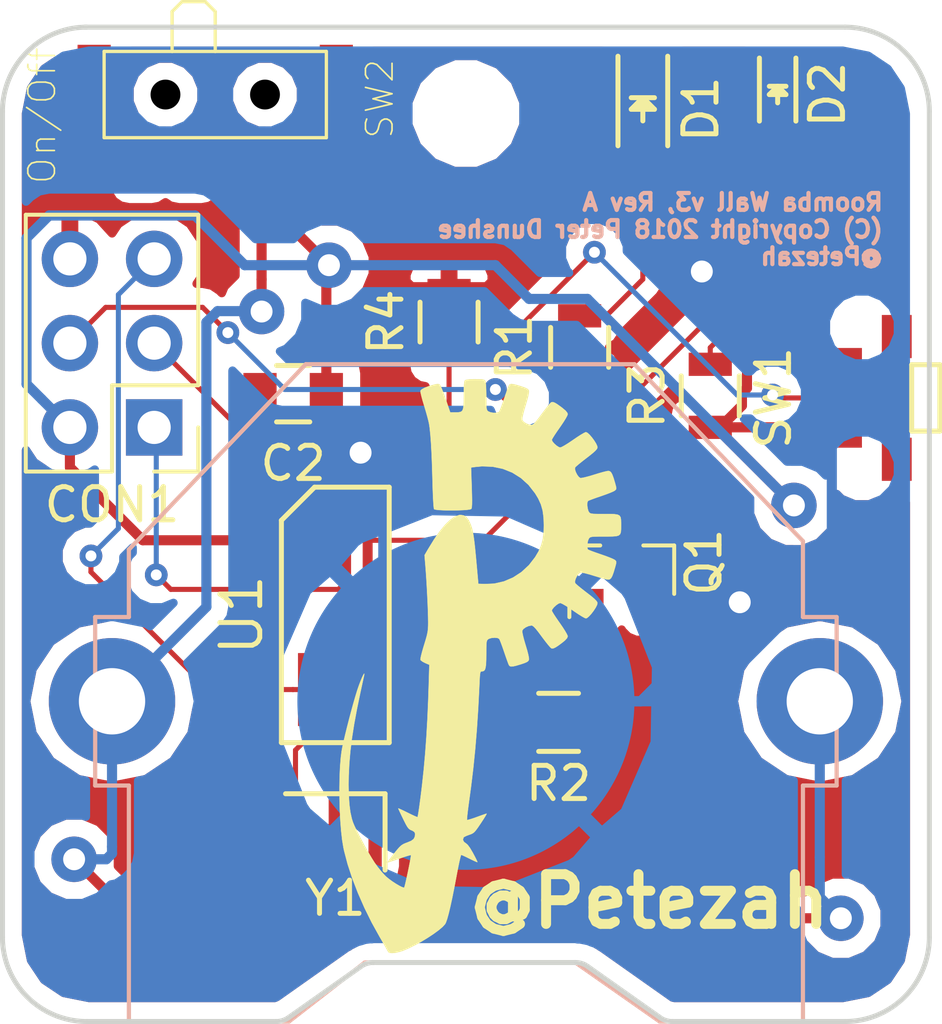
<source format=kicad_pcb>
(kicad_pcb (version 4) (host pcbnew 4.0.6)

  (general
    (links 29)
    (no_connects 0)
    (area 144.761486 102.9717 176.4398 134.988301)
    (thickness 1.6)
    (drawings 18)
    (tracks 165)
    (zones 0)
    (modules 16)
    (nets 14)
  )

  (page A4)
  (title_block
    (title "Roomba Wall V3")
    (date 2018-03-03)
    (rev A)
    (company Petezah)
    (comment 1 "(C) 2018 Peter Dunshee")
  )

  (layers
    (0 F.Cu signal)
    (31 B.Cu signal)
    (32 B.Adhes user)
    (33 F.Adhes user)
    (34 B.Paste user)
    (35 F.Paste user)
    (36 B.SilkS user)
    (37 F.SilkS user)
    (38 B.Mask user)
    (39 F.Mask user)
    (40 Dwgs.User user)
    (41 Cmts.User user)
    (42 Eco1.User user)
    (43 Eco2.User user)
    (44 Edge.Cuts user)
    (45 Margin user)
    (46 B.CrtYd user)
    (47 F.CrtYd user)
    (48 B.Fab user hide)
    (49 F.Fab user hide)
  )

  (setup
    (last_trace_width 0.1524)
    (trace_clearance 0.1524)
    (zone_clearance 0.508)
    (zone_45_only no)
    (trace_min 0.1524)
    (segment_width 0.2)
    (edge_width 0.15)
    (via_size 0.6858)
    (via_drill 0.3302)
    (via_min_size 0.6858)
    (via_min_drill 0.3302)
    (uvia_size 0.762)
    (uvia_drill 0.508)
    (uvias_allowed no)
    (uvia_min_size 0)
    (uvia_min_drill 0)
    (pcb_text_width 0.3)
    (pcb_text_size 1.5 1.5)
    (mod_edge_width 0.15)
    (mod_text_size 1 1)
    (mod_text_width 0.15)
    (pad_size 1 5.5)
    (pad_drill 0)
    (pad_to_mask_clearance 0.2)
    (aux_axis_origin 0 0)
    (visible_elements 7FFFFFFF)
    (pcbplotparams
      (layerselection 0x010fc_80000001)
      (usegerberextensions true)
      (excludeedgelayer true)
      (linewidth 0.100000)
      (plotframeref false)
      (viasonmask false)
      (mode 1)
      (useauxorigin false)
      (hpglpennumber 1)
      (hpglpenspeed 20)
      (hpglpendiameter 15)
      (hpglpenoverlay 2)
      (psnegative false)
      (psa4output false)
      (plotreference true)
      (plotvalue false)
      (plotinvisibletext false)
      (padsonsilk false)
      (subtractmaskfromsilk false)
      (outputformat 1)
      (mirror false)
      (drillshape 0)
      (scaleselection 1)
      (outputdirectory gerbers))
  )

  (net 0 "")
  (net 1 GND)
  (net 2 +3V3)
  (net 3 /MISO/IR)
  (net 4 /MOSI/INDICATOR)
  (net 5 /RST)
  (net 6 "Net-(D1-Pad2)")
  (net 7 "Net-(D2-Pad1)")
  (net 8 "Net-(D2-Pad2)")
  (net 9 "Net-(U1-Pad2)")
  (net 10 "Net-(U1-Pad3)")
  (net 11 "Net-(Q1-Pad1)")
  (net 12 VBAT)
  (net 13 /SCK/BUTTON)

  (net_class Default "This is the default net class."
    (clearance 0.1524)
    (trace_width 0.1524)
    (via_dia 0.6858)
    (via_drill 0.3302)
    (uvia_dia 0.762)
    (uvia_drill 0.508)
    (add_net /MISO/IR)
    (add_net /MOSI/INDICATOR)
    (add_net /RST)
    (add_net /SCK/BUTTON)
    (add_net "Net-(D1-Pad2)")
    (add_net "Net-(D2-Pad1)")
    (add_net "Net-(D2-Pad2)")
    (add_net "Net-(Q1-Pad1)")
    (add_net "Net-(U1-Pad2)")
    (add_net "Net-(U1-Pad3)")
  )

  (net_class 3V3 ""
    (clearance 0.3048)
    (trace_width 0.3048)
    (via_dia 1.3716)
    (via_drill 0.6604)
    (uvia_dia 0.762)
    (uvia_drill 0.508)
    (add_net +3V3)
    (add_net GND)
    (add_net VBAT)
  )

  (module lib_fp:R_0805 (layer F.Cu) (tedit 58307B54) (tstamp 5A9B0589)
    (at 163.449 114.3 90)
    (descr "Resistor SMD 0805, reflow soldering, Vishay (see dcrcw.pdf)")
    (tags "resistor 0805")
    (path /5A1C64F1)
    (attr smd)
    (fp_text reference R1 (at 0 -1.9685 90) (layer F.SilkS)
      (effects (font (size 1 1) (thickness 0.15)))
    )
    (fp_text value 560 (at 0 2.1 90) (layer F.Fab)
      (effects (font (size 1 1) (thickness 0.15)))
    )
    (fp_line (start -1 0.625) (end -1 -0.625) (layer F.Fab) (width 0.1))
    (fp_line (start 1 0.625) (end -1 0.625) (layer F.Fab) (width 0.1))
    (fp_line (start 1 -0.625) (end 1 0.625) (layer F.Fab) (width 0.1))
    (fp_line (start -1 -0.625) (end 1 -0.625) (layer F.Fab) (width 0.1))
    (fp_line (start -1.6 -1) (end 1.6 -1) (layer F.CrtYd) (width 0.05))
    (fp_line (start -1.6 1) (end 1.6 1) (layer F.CrtYd) (width 0.05))
    (fp_line (start -1.6 -1) (end -1.6 1) (layer F.CrtYd) (width 0.05))
    (fp_line (start 1.6 -1) (end 1.6 1) (layer F.CrtYd) (width 0.05))
    (fp_line (start 0.6 0.875) (end -0.6 0.875) (layer F.SilkS) (width 0.15))
    (fp_line (start -0.6 -0.875) (end 0.6 -0.875) (layer F.SilkS) (width 0.15))
    (pad 1 smd rect (at -0.95 0 90) (size 0.7 1.3) (layers F.Cu F.Paste F.Mask)
      (net 4 /MOSI/INDICATOR))
    (pad 2 smd rect (at 0.95 0 90) (size 0.7 1.3) (layers F.Cu F.Paste F.Mask)
      (net 6 "Net-(D1-Pad2)"))
    (model Resistors_SMD.3dshapes/R_0805.wrl
      (at (xyz 0 0 0))
      (scale (xyz 1 1 1))
      (rotate (xyz 0 0 0))
    )
  )

  (module lib_fp:Pin_Header_Straight_2x03_Pitch2.54mm (layer F.Cu) (tedit 59650532) (tstamp 5A20BE1A)
    (at 150.622 116.713 180)
    (descr "Through hole straight pin header, 2x03, 2.54mm pitch, double rows")
    (tags "Through hole pin header THT 2x03 2.54mm double row")
    (path /5A1C6CE7)
    (fp_text reference CON1 (at 1.27 -2.33 180) (layer F.SilkS)
      (effects (font (size 1 1) (thickness 0.15)))
    )
    (fp_text value AVR-ISP-6 (at 1.27 7.41 180) (layer F.Fab)
      (effects (font (size 1 1) (thickness 0.15)))
    )
    (fp_line (start 0 -1.27) (end 3.81 -1.27) (layer F.Fab) (width 0.1))
    (fp_line (start 3.81 -1.27) (end 3.81 6.35) (layer F.Fab) (width 0.1))
    (fp_line (start 3.81 6.35) (end -1.27 6.35) (layer F.Fab) (width 0.1))
    (fp_line (start -1.27 6.35) (end -1.27 0) (layer F.Fab) (width 0.1))
    (fp_line (start -1.27 0) (end 0 -1.27) (layer F.Fab) (width 0.1))
    (fp_line (start -1.33 6.41) (end 3.87 6.41) (layer F.SilkS) (width 0.12))
    (fp_line (start -1.33 1.27) (end -1.33 6.41) (layer F.SilkS) (width 0.12))
    (fp_line (start 3.87 -1.33) (end 3.87 6.41) (layer F.SilkS) (width 0.12))
    (fp_line (start -1.33 1.27) (end 1.27 1.27) (layer F.SilkS) (width 0.12))
    (fp_line (start 1.27 1.27) (end 1.27 -1.33) (layer F.SilkS) (width 0.12))
    (fp_line (start 1.27 -1.33) (end 3.87 -1.33) (layer F.SilkS) (width 0.12))
    (fp_line (start -1.33 0) (end -1.33 -1.33) (layer F.SilkS) (width 0.12))
    (fp_line (start -1.33 -1.33) (end 0 -1.33) (layer F.SilkS) (width 0.12))
    (fp_line (start -1.8 -1.8) (end -1.8 6.85) (layer F.CrtYd) (width 0.05))
    (fp_line (start -1.8 6.85) (end 4.35 6.85) (layer F.CrtYd) (width 0.05))
    (fp_line (start 4.35 6.85) (end 4.35 -1.8) (layer F.CrtYd) (width 0.05))
    (fp_line (start 4.35 -1.8) (end -1.8 -1.8) (layer F.CrtYd) (width 0.05))
    (fp_text user %R (at 1.27 2.54 270) (layer F.Fab)
      (effects (font (size 1 1) (thickness 0.15)))
    )
    (pad 1 thru_hole rect (at 0 0 180) (size 1.7 1.7) (drill 1) (layers *.Cu *.Mask)
      (net 3 /MISO/IR))
    (pad 2 thru_hole oval (at 2.54 0 180) (size 1.7 1.7) (drill 1) (layers *.Cu *.Mask)
      (net 2 +3V3))
    (pad 3 thru_hole oval (at 0 2.54 180) (size 1.7 1.7) (drill 1) (layers *.Cu *.Mask)
      (net 13 /SCK/BUTTON))
    (pad 4 thru_hole oval (at 2.54 2.54 180) (size 1.7 1.7) (drill 1) (layers *.Cu *.Mask)
      (net 4 /MOSI/INDICATOR))
    (pad 5 thru_hole oval (at 0 5.08 180) (size 1.7 1.7) (drill 1) (layers *.Cu *.Mask)
      (net 5 /RST))
    (pad 6 thru_hole oval (at 2.54 5.08 180) (size 1.7 1.7) (drill 1) (layers *.Cu *.Mask)
      (net 1 GND))
    (model ${KISYS3DMOD}/Pin_Headers.3dshapes/Pin_Header_Straight_2x03_Pitch2.54mm.wrl
      (at (xyz 0 0 0))
      (scale (xyz 1 1 1))
      (rotate (xyz 0 0 0))
    )
  )

  (module lib_fp:Resonator_SMD_muRata_CSTCE_G-3pin_3.0x0.7mm (layer F.Cu) (tedit 5A1DD9EF) (tstamp 5A20BE71)
    (at 156.083 128.905 180)
    (path /5A1C6357)
    (fp_text reference Y1 (at 0 -2 180) (layer F.SilkS)
      (effects (font (size 1 1) (thickness 0.15)))
    )
    (fp_text value 8Mhz (at 0 2 180) (layer F.Fab)
      (effects (font (size 1 1) (thickness 0.15)))
    )
    (fp_line (start -1.5 1.15) (end 1.5 1.15) (layer F.SilkS) (width 0.15))
    (fp_line (start -1.5 -1.15) (end -1.5 1.15) (layer F.SilkS) (width 0.15))
    (pad 1 smd rect (at 1.2 0 180) (size 0.4 2.1) (layers F.Cu F.Paste F.Mask)
      (net 9 "Net-(U1-Pad2)"))
    (pad 2 smd rect (at 0 0 180) (size 0.4 2.1) (layers F.Cu F.Paste F.Mask)
      (net 1 GND))
    (pad 3 smd rect (at -1.2 0 180) (size 0.4 2.1) (layers F.Cu F.Paste F.Mask)
      (net 10 "Net-(U1-Pad3)"))
  )

  (module lib_fp:CR2032-THRU (layer B.Cu) (tedit 5A99CBBC) (tstamp 5A9B056E)
    (at 160.02 124.968)
    (tags "cr2032 battery th")
    (path /5A96233E)
    (fp_text reference BT1 (at -0.2032 2.4638) (layer Eco1.User)
      (effects (font (size 1.6764 1.6764) (thickness 0.13208)))
    )
    (fp_text value Battery_Cell (at 0.7112 -7.1882) (layer Eco1.User)
      (effects (font (size 1.6764 1.6764) (thickness 0.13208)))
    )
    (fp_line (start -11.176 -2.54) (end -10.16 -2.54) (layer B.SilkS) (width 0.127))
    (fp_line (start -10.16 -2.54) (end -10.16 -4.572) (layer B.SilkS) (width 0.127))
    (fp_line (start -10.16 -4.572) (end -4.826 -10.16) (layer B.SilkS) (width 0.127))
    (fp_line (start -4.826 -10.16) (end 5.08 -10.16) (layer B.SilkS) (width 0.127))
    (fp_line (start 5.08 -10.16) (end 10.16 -4.826) (layer B.SilkS) (width 0.127))
    (fp_line (start 10.16 -4.826) (end 10.16 -2.54) (layer B.SilkS) (width 0.127))
    (fp_line (start 10.16 -2.54) (end 11.176 -2.54) (layer B.SilkS) (width 0.127))
    (fp_line (start 11.176 -2.54) (end 11.176 2.54) (layer B.SilkS) (width 0.127))
    (fp_line (start 11.176 2.54) (end 10.16 2.54) (layer B.SilkS) (width 0.127))
    (fp_line (start 10.16 2.54) (end 10.16 9.652) (layer B.SilkS) (width 0.127))
    (fp_line (start 10.16 9.652) (end 5.842 9.652) (layer B.SilkS) (width 0.127))
    (fp_line (start 5.842 9.652) (end 3.302 7.874) (layer B.SilkS) (width 0.127))
    (fp_line (start 3.302 7.874) (end -3.048 7.874) (layer B.SilkS) (width 0.127))
    (fp_line (start -3.048 7.874) (end -5.334 9.652) (layer B.SilkS) (width 0.127))
    (fp_line (start -5.334 9.652) (end -10.16 9.652) (layer B.SilkS) (width 0.127))
    (fp_line (start -10.16 9.652) (end -10.16 2.54) (layer B.SilkS) (width 0.127))
    (fp_line (start -10.16 2.54) (end -11.176 2.54) (layer B.SilkS) (width 0.127))
    (fp_line (start -11.176 2.54) (end -11.176 -2.54) (layer B.SilkS) (width 0.127))
    (fp_arc (start 0 0) (end -7.62 0) (angle -90) (layer B.Mask) (width 0.127))
    (fp_arc (start 0 0) (end 0 -7.62) (angle -90) (layer B.Mask) (width 0.127))
    (fp_arc (start 0 0) (end 7.62 0) (angle -90) (layer B.Mask) (width 0.127))
    (fp_arc (start 0 0) (end 0 7.62) (angle -90) (layer B.Mask) (width 0.127))
    (pad 1 thru_hole oval (at -10.668 0) (size 3.81 3.81) (drill 1.99898) (layers *.Cu *.Mask)
      (net 12 VBAT))
    (pad 1 thru_hole oval (at 10.668 0) (size 3.81 3.81) (drill 1.99898) (layers *.Cu *.Mask)
      (net 12 VBAT))
    (pad 2 smd circle (at 0 0) (size 10.16 10.16) (layers B.Cu B.Paste B.Mask)
      (net 1 GND))
  )

  (module lib_fp:C_0805 (layer F.Cu) (tedit 5415D6EA) (tstamp 5A9B0574)
    (at 154.813 115.697 180)
    (descr "Capacitor SMD 0805, reflow soldering, AVX (see smccp.pdf)")
    (tags "capacitor 0805")
    (path /5A1C75DA)
    (attr smd)
    (fp_text reference C2 (at 0 -2.1 180) (layer F.SilkS)
      (effects (font (size 1 1) (thickness 0.15)))
    )
    (fp_text value 10uF (at 0 2.1 180) (layer F.Fab)
      (effects (font (size 1 1) (thickness 0.15)))
    )
    (fp_line (start -1 0.625) (end -1 -0.625) (layer F.Fab) (width 0.15))
    (fp_line (start 1 0.625) (end -1 0.625) (layer F.Fab) (width 0.15))
    (fp_line (start 1 -0.625) (end 1 0.625) (layer F.Fab) (width 0.15))
    (fp_line (start -1 -0.625) (end 1 -0.625) (layer F.Fab) (width 0.15))
    (fp_line (start -1.8 -1) (end 1.8 -1) (layer F.CrtYd) (width 0.05))
    (fp_line (start -1.8 1) (end 1.8 1) (layer F.CrtYd) (width 0.05))
    (fp_line (start -1.8 -1) (end -1.8 1) (layer F.CrtYd) (width 0.05))
    (fp_line (start 1.8 -1) (end 1.8 1) (layer F.CrtYd) (width 0.05))
    (fp_line (start 0.5 -0.85) (end -0.5 -0.85) (layer F.SilkS) (width 0.15))
    (fp_line (start -0.5 0.85) (end 0.5 0.85) (layer F.SilkS) (width 0.15))
    (pad 1 smd rect (at -1 0 180) (size 1 1.25) (layers F.Cu F.Paste F.Mask)
      (net 2 +3V3))
    (pad 2 smd rect (at 1 0 180) (size 1 1.25) (layers F.Cu F.Paste F.Mask)
      (net 1 GND))
    (model Capacitors_SMD.3dshapes/C_0805.wrl
      (at (xyz 0 0 0))
      (scale (xyz 1 1 1))
      (rotate (xyz 0 0 0))
    )
  )

  (module lib_fp:LED_0805 (layer F.Cu) (tedit 55BDE1C2) (tstamp 5A9B0579)
    (at 165.354 107.1245 270)
    (descr "LED 0805 smd package")
    (tags "LED 0805 SMD")
    (path /5A1C65D6)
    (attr smd)
    (fp_text reference D1 (at 0 -1.75 270) (layer F.SilkS)
      (effects (font (size 1 1) (thickness 0.15)))
    )
    (fp_text value LED (at 0 1.75 270) (layer F.Fab)
      (effects (font (size 1 1) (thickness 0.15)))
    )
    (fp_line (start -0.4 -0.3) (end -0.4 0.3) (layer F.Fab) (width 0.15))
    (fp_line (start -0.3 0) (end 0 -0.3) (layer F.Fab) (width 0.15))
    (fp_line (start 0 0.3) (end -0.3 0) (layer F.Fab) (width 0.15))
    (fp_line (start 0 -0.3) (end 0 0.3) (layer F.Fab) (width 0.15))
    (fp_line (start 1 -0.6) (end -1 -0.6) (layer F.Fab) (width 0.15))
    (fp_line (start 1 0.6) (end 1 -0.6) (layer F.Fab) (width 0.15))
    (fp_line (start -1 0.6) (end 1 0.6) (layer F.Fab) (width 0.15))
    (fp_line (start -1 -0.6) (end -1 0.6) (layer F.Fab) (width 0.15))
    (fp_line (start -1.6 0.75) (end 1.1 0.75) (layer F.SilkS) (width 0.15))
    (fp_line (start -1.6 -0.75) (end 1.1 -0.75) (layer F.SilkS) (width 0.15))
    (fp_line (start -0.1 0.15) (end -0.1 -0.1) (layer F.SilkS) (width 0.15))
    (fp_line (start -0.1 -0.1) (end -0.25 0.05) (layer F.SilkS) (width 0.15))
    (fp_line (start -0.35 -0.35) (end -0.35 0.35) (layer F.SilkS) (width 0.15))
    (fp_line (start 0 0) (end 0.35 0) (layer F.SilkS) (width 0.15))
    (fp_line (start -0.35 0) (end 0 -0.35) (layer F.SilkS) (width 0.15))
    (fp_line (start 0 -0.35) (end 0 0.35) (layer F.SilkS) (width 0.15))
    (fp_line (start 0 0.35) (end -0.35 0) (layer F.SilkS) (width 0.15))
    (fp_line (start 1.9 -0.95) (end 1.9 0.95) (layer F.CrtYd) (width 0.05))
    (fp_line (start 1.9 0.95) (end -1.9 0.95) (layer F.CrtYd) (width 0.05))
    (fp_line (start -1.9 0.95) (end -1.9 -0.95) (layer F.CrtYd) (width 0.05))
    (fp_line (start -1.9 -0.95) (end 1.9 -0.95) (layer F.CrtYd) (width 0.05))
    (pad 2 smd rect (at 1.04902 0 90) (size 1.19888 1.19888) (layers F.Cu F.Paste F.Mask)
      (net 6 "Net-(D1-Pad2)"))
    (pad 1 smd rect (at -1.04902 0 90) (size 1.19888 1.19888) (layers F.Cu F.Paste F.Mask)
      (net 1 GND))
    (model LEDs.3dshapes/LED_0805.wrl
      (at (xyz 0 0 0))
      (scale (xyz 1 1 1))
      (rotate (xyz 0 0 0))
    )
  )

  (module lib_fp:LED_0603 (layer F.Cu) (tedit 55BDE255) (tstamp 5A9B057E)
    (at 169.418 106.68 270)
    (descr "LED 0603 smd package")
    (tags "LED led 0603 SMD smd SMT smt smdled SMDLED smtled SMTLED")
    (path /5A1C66BD)
    (attr smd)
    (fp_text reference D2 (at 0 -1.5 270) (layer F.SilkS)
      (effects (font (size 1 1) (thickness 0.15)))
    )
    (fp_text value IR_LED (at 0 1.5 270) (layer F.Fab)
      (effects (font (size 1 1) (thickness 0.15)))
    )
    (fp_line (start -0.3 -0.2) (end -0.3 0.2) (layer F.Fab) (width 0.15))
    (fp_line (start -0.2 0) (end 0.1 -0.2) (layer F.Fab) (width 0.15))
    (fp_line (start 0.1 0.2) (end -0.2 0) (layer F.Fab) (width 0.15))
    (fp_line (start 0.1 -0.2) (end 0.1 0.2) (layer F.Fab) (width 0.15))
    (fp_line (start 0.8 0.4) (end -0.8 0.4) (layer F.Fab) (width 0.15))
    (fp_line (start 0.8 -0.4) (end 0.8 0.4) (layer F.Fab) (width 0.15))
    (fp_line (start -0.8 -0.4) (end 0.8 -0.4) (layer F.Fab) (width 0.15))
    (fp_line (start -0.8 0.4) (end -0.8 -0.4) (layer F.Fab) (width 0.15))
    (fp_line (start -1.1 0.55) (end 0.8 0.55) (layer F.SilkS) (width 0.15))
    (fp_line (start -1.1 -0.55) (end 0.8 -0.55) (layer F.SilkS) (width 0.15))
    (fp_line (start -0.2 0) (end 0.25 0) (layer F.SilkS) (width 0.15))
    (fp_line (start -0.25 -0.25) (end -0.25 0.25) (layer F.SilkS) (width 0.15))
    (fp_line (start -0.25 0) (end 0 -0.25) (layer F.SilkS) (width 0.15))
    (fp_line (start 0 -0.25) (end 0 0.25) (layer F.SilkS) (width 0.15))
    (fp_line (start 0 0.25) (end -0.25 0) (layer F.SilkS) (width 0.15))
    (fp_line (start 1.4 -0.75) (end 1.4 0.75) (layer F.CrtYd) (width 0.05))
    (fp_line (start 1.4 0.75) (end -1.4 0.75) (layer F.CrtYd) (width 0.05))
    (fp_line (start -1.4 0.75) (end -1.4 -0.75) (layer F.CrtYd) (width 0.05))
    (fp_line (start -1.4 -0.75) (end 1.4 -0.75) (layer F.CrtYd) (width 0.05))
    (pad 2 smd rect (at 0.7493 0 90) (size 0.79756 0.79756) (layers F.Cu F.Paste F.Mask)
      (net 8 "Net-(D2-Pad2)"))
    (pad 1 smd rect (at -0.7493 0 90) (size 0.79756 0.79756) (layers F.Cu F.Paste F.Mask)
      (net 7 "Net-(D2-Pad1)"))
    (model LEDs.3dshapes/LED_0603.wrl
      (at (xyz 0 0 0))
      (scale (xyz 1 1 1))
      (rotate (xyz 0 0 180))
    )
  )

  (module lib_fp:SOT-23 (layer F.Cu) (tedit 583F39EB) (tstamp 5A9B0583)
    (at 164.719 121.031 90)
    (descr "SOT-23, Standard")
    (tags SOT-23)
    (path /5A1CDA3E)
    (attr smd)
    (fp_text reference Q1 (at 0.254 2.4765 90) (layer F.SilkS)
      (effects (font (size 1 1) (thickness 0.15)))
    )
    (fp_text value Q_NPN_BEC (at 0 2.5 90) (layer F.Fab)
      (effects (font (size 1 1) (thickness 0.15)))
    )
    (fp_line (start 0.76 1.58) (end 0.76 0.65) (layer F.SilkS) (width 0.12))
    (fp_line (start 0.76 -1.58) (end 0.76 -0.65) (layer F.SilkS) (width 0.12))
    (fp_line (start 0.7 -1.52) (end 0.7 1.52) (layer F.Fab) (width 0.15))
    (fp_line (start -0.7 1.52) (end 0.7 1.52) (layer F.Fab) (width 0.15))
    (fp_line (start -1.7 -1.75) (end 1.7 -1.75) (layer F.CrtYd) (width 0.05))
    (fp_line (start 1.7 -1.75) (end 1.7 1.75) (layer F.CrtYd) (width 0.05))
    (fp_line (start 1.7 1.75) (end -1.7 1.75) (layer F.CrtYd) (width 0.05))
    (fp_line (start -1.7 1.75) (end -1.7 -1.75) (layer F.CrtYd) (width 0.05))
    (fp_line (start 0.76 -1.58) (end -1.4 -1.58) (layer F.SilkS) (width 0.12))
    (fp_line (start -0.7 -1.52) (end 0.7 -1.52) (layer F.Fab) (width 0.15))
    (fp_line (start -0.7 -1.52) (end -0.7 1.52) (layer F.Fab) (width 0.15))
    (fp_line (start 0.76 1.58) (end -0.7 1.58) (layer F.SilkS) (width 0.12))
    (pad 1 smd rect (at -1 -0.95 90) (size 0.9 0.8) (layers F.Cu F.Paste F.Mask)
      (net 11 "Net-(Q1-Pad1)"))
    (pad 2 smd rect (at -1 0.95 90) (size 0.9 0.8) (layers F.Cu F.Paste F.Mask)
      (net 1 GND))
    (pad 3 smd rect (at 1 0 90) (size 0.9 0.8) (layers F.Cu F.Paste F.Mask)
      (net 7 "Net-(D2-Pad1)"))
    (model TO_SOT_Packages_SMD.3dshapes/SOT-23.wrl
      (at (xyz 0 0 0))
      (scale (xyz 1 1 1))
      (rotate (xyz 0 0 90))
    )
  )

  (module lib_fp:R_0805 (layer F.Cu) (tedit 58307B54) (tstamp 5A9B058E)
    (at 162.814 125.603)
    (descr "Resistor SMD 0805, reflow soldering, Vishay (see dcrcw.pdf)")
    (tags "resistor 0805")
    (path /5A1C657A)
    (attr smd)
    (fp_text reference R2 (at 0 1.8415) (layer F.SilkS)
      (effects (font (size 1 1) (thickness 0.15)))
    )
    (fp_text value 560 (at 0 2.1) (layer F.Fab)
      (effects (font (size 1 1) (thickness 0.15)))
    )
    (fp_line (start -1 0.625) (end -1 -0.625) (layer F.Fab) (width 0.1))
    (fp_line (start 1 0.625) (end -1 0.625) (layer F.Fab) (width 0.1))
    (fp_line (start 1 -0.625) (end 1 0.625) (layer F.Fab) (width 0.1))
    (fp_line (start -1 -0.625) (end 1 -0.625) (layer F.Fab) (width 0.1))
    (fp_line (start -1.6 -1) (end 1.6 -1) (layer F.CrtYd) (width 0.05))
    (fp_line (start -1.6 1) (end 1.6 1) (layer F.CrtYd) (width 0.05))
    (fp_line (start -1.6 -1) (end -1.6 1) (layer F.CrtYd) (width 0.05))
    (fp_line (start 1.6 -1) (end 1.6 1) (layer F.CrtYd) (width 0.05))
    (fp_line (start 0.6 0.875) (end -0.6 0.875) (layer F.SilkS) (width 0.15))
    (fp_line (start -0.6 -0.875) (end 0.6 -0.875) (layer F.SilkS) (width 0.15))
    (pad 1 smd rect (at -0.95 0) (size 0.7 1.3) (layers F.Cu F.Paste F.Mask)
      (net 3 /MISO/IR))
    (pad 2 smd rect (at 0.95 0) (size 0.7 1.3) (layers F.Cu F.Paste F.Mask)
      (net 11 "Net-(Q1-Pad1)"))
    (model Resistors_SMD.3dshapes/R_0805.wrl
      (at (xyz 0 0 0))
      (scale (xyz 1 1 1))
      (rotate (xyz 0 0 0))
    )
  )

  (module lib_fp:R_0805 (layer F.Cu) (tedit 58307B54) (tstamp 5A9B0593)
    (at 167.386 115.7605 90)
    (descr "Resistor SMD 0805, reflow soldering, Vishay (see dcrcw.pdf)")
    (tags "resistor 0805")
    (path /5A1C65A3)
    (attr smd)
    (fp_text reference R3 (at 0 -1.905 90) (layer F.SilkS)
      (effects (font (size 1 1) (thickness 0.15)))
    )
    (fp_text value 51 (at 0 2.1 90) (layer F.Fab)
      (effects (font (size 1 1) (thickness 0.15)))
    )
    (fp_line (start -1 0.625) (end -1 -0.625) (layer F.Fab) (width 0.1))
    (fp_line (start 1 0.625) (end -1 0.625) (layer F.Fab) (width 0.1))
    (fp_line (start 1 -0.625) (end 1 0.625) (layer F.Fab) (width 0.1))
    (fp_line (start -1 -0.625) (end 1 -0.625) (layer F.Fab) (width 0.1))
    (fp_line (start -1.6 -1) (end 1.6 -1) (layer F.CrtYd) (width 0.05))
    (fp_line (start -1.6 1) (end 1.6 1) (layer F.CrtYd) (width 0.05))
    (fp_line (start -1.6 -1) (end -1.6 1) (layer F.CrtYd) (width 0.05))
    (fp_line (start 1.6 -1) (end 1.6 1) (layer F.CrtYd) (width 0.05))
    (fp_line (start 0.6 0.875) (end -0.6 0.875) (layer F.SilkS) (width 0.15))
    (fp_line (start -0.6 -0.875) (end 0.6 -0.875) (layer F.SilkS) (width 0.15))
    (pad 1 smd rect (at -0.95 0 90) (size 0.7 1.3) (layers F.Cu F.Paste F.Mask)
      (net 2 +3V3))
    (pad 2 smd rect (at 0.95 0 90) (size 0.7 1.3) (layers F.Cu F.Paste F.Mask)
      (net 8 "Net-(D2-Pad2)"))
    (model Resistors_SMD.3dshapes/R_0805.wrl
      (at (xyz 0 0 0))
      (scale (xyz 1 1 1))
      (rotate (xyz 0 0 0))
    )
  )

  (module lib_fp:R_0805 (layer F.Cu) (tedit 58307B54) (tstamp 5A9B0598)
    (at 159.512 113.538 90)
    (descr "Resistor SMD 0805, reflow soldering, Vishay (see dcrcw.pdf)")
    (tags "resistor 0805")
    (path /5A962AB2)
    (attr smd)
    (fp_text reference R4 (at 0 -1.905 90) (layer F.SilkS)
      (effects (font (size 1 1) (thickness 0.15)))
    )
    (fp_text value 10k (at 0 2.1 90) (layer F.Fab)
      (effects (font (size 1 1) (thickness 0.15)))
    )
    (fp_line (start -1 0.625) (end -1 -0.625) (layer F.Fab) (width 0.1))
    (fp_line (start 1 0.625) (end -1 0.625) (layer F.Fab) (width 0.1))
    (fp_line (start 1 -0.625) (end 1 0.625) (layer F.Fab) (width 0.1))
    (fp_line (start -1 -0.625) (end 1 -0.625) (layer F.Fab) (width 0.1))
    (fp_line (start -1.6 -1) (end 1.6 -1) (layer F.CrtYd) (width 0.05))
    (fp_line (start -1.6 1) (end 1.6 1) (layer F.CrtYd) (width 0.05))
    (fp_line (start -1.6 -1) (end -1.6 1) (layer F.CrtYd) (width 0.05))
    (fp_line (start 1.6 -1) (end 1.6 1) (layer F.CrtYd) (width 0.05))
    (fp_line (start 0.6 0.875) (end -0.6 0.875) (layer F.SilkS) (width 0.15))
    (fp_line (start -0.6 -0.875) (end 0.6 -0.875) (layer F.SilkS) (width 0.15))
    (pad 1 smd rect (at -0.95 0 90) (size 0.7 1.3) (layers F.Cu F.Paste F.Mask)
      (net 13 /SCK/BUTTON))
    (pad 2 smd rect (at 0.95 0 90) (size 0.7 1.3) (layers F.Cu F.Paste F.Mask)
      (net 1 GND))
    (model Resistors_SMD.3dshapes/R_0805.wrl
      (at (xyz 0 0 0))
      (scale (xyz 1 1 1))
      (rotate (xyz 0 0 0))
    )
  )

  (module lib_fp:e-switch-TL-3340-AF160QG (layer F.Cu) (tedit 5A99C339) (tstamp 5A9B059D)
    (at 171.958 115.824 90)
    (descr https://www.mouser.com/ds/2/140/TL3340-346332.pdf)
    (tags "switch button sw")
    (path /5A9628F7)
    (fp_text reference SW1 (at 0 -2.667 90) (layer F.SilkS)
      (effects (font (size 1 1) (thickness 0.15)))
    )
    (fp_text value Button (at 0 3.302 90) (layer F.Fab)
      (effects (font (size 1 1) (thickness 0.15)))
    )
    (fp_line (start -1 1.5) (end -1 2.35) (layer F.SilkS) (width 0.15))
    (fp_line (start 1 1.5) (end 1 2.35) (layer F.SilkS) (width 0.15))
    (fp_line (start -1 2.35) (end 1 2.35) (layer F.SilkS) (width 0.15))
    (fp_line (start -1 1.5) (end 1 1.5) (layer F.SilkS) (width 0.15))
    (pad 1 smd rect (at -1.175 -0.9 90) (size 0.65 1.8) (layers F.Cu F.Paste F.Mask)
      (net 2 +3V3))
    (pad 2 smd rect (at 0 -0.9 90) (size 0.5 1.8) (layers F.Cu F.Paste F.Mask)
      (net 13 /SCK/BUTTON))
    (pad 1 smd rect (at 1.175 -0.9 90) (size 0.66 1.8) (layers F.Cu F.Paste F.Mask)
      (net 2 +3V3))
    (pad "" smd rect (at -1.85 1.05 90) (size 1.3 0.9) (layers F.Cu F.Paste F.Mask))
    (pad "" smd rect (at 1.85 1.05 90) (size 1.3 0.9) (layers F.Cu F.Paste F.Mask))
    (pad "" np_thru_hole circle (at 2.125 0 90) (size 0.9 0.9) (drill 0.9) (layers *.Cu *.Mask))
    (pad "" np_thru_hole circle (at -2.125 0 90) (size 0.9 0.9) (drill 0.9) (layers *.Cu *.Mask))
  )

  (module lib_fp:SSSS810701 (layer F.Cu) (tedit 5A99C61A) (tstamp 5A9B05A7)
    (at 152.4635 106.68 180)
    (descr http://www.alps.com/prod/info/E/HTML/Switch/Slide/SSSS8/SSSS810701.html)
    (tags "slide switch spdt")
    (path /5A9625C6)
    (attr smd)
    (fp_text reference SW2 (at -4.96121 -0.127212 270) (layer F.SilkS)
      (effects (font (size 0.801328 0.801328) (thickness 0.05)))
    )
    (fp_text value On/Off (at 5.21686 -0.636212 270) (layer F.SilkS)
      (effects (font (size 0.801519 0.801519) (thickness 0.05)))
    )
    (fp_line (start 3.35 -1.3) (end -3.35 -1.3) (layer F.SilkS) (width 0.1))
    (fp_line (start -3.35 -1.3) (end -3.35 1.3) (layer F.SilkS) (width 0.1))
    (fp_line (start 0 1.3) (end 1.3 1.3) (layer F.SilkS) (width 0.1))
    (fp_line (start 1.3 1.3) (end 3.35 1.3) (layer F.SilkS) (width 0.1))
    (fp_line (start 3.35 1.3) (end 3.35 -1.3) (layer F.SilkS) (width 0.1))
    (fp_line (start 0 1.3) (end 0 2.5) (layer F.SilkS) (width 0.1))
    (fp_line (start 0 2.5) (end 0.3 2.8) (layer F.SilkS) (width 0.1))
    (fp_line (start 0.3 2.8) (end 1 2.8) (layer F.SilkS) (width 0.1))
    (fp_line (start 1 2.8) (end 1.3 2.5) (layer F.SilkS) (width 0.1))
    (fp_line (start 1.3 2.5) (end 1.3 1.3) (layer F.SilkS) (width 0.1))
    (fp_line (start 0 1.3) (end -3.35 1.3) (layer F.SilkS) (width 0.1))
    (pad 3 smd rect (at 2.25 -2 180) (size 0.7 1.5) (layers F.Cu F.Paste F.Mask))
    (pad 2 smd rect (at 0.75 -2 180) (size 0.7 1.5) (layers F.Cu F.Paste F.Mask)
      (net 12 VBAT))
    (pad 1 smd rect (at -2.25 -2 180) (size 0.7 1.5) (layers F.Cu F.Paste F.Mask)
      (net 2 +3V3))
    (pad Hole np_thru_hole circle (at 1.5 0 180) (size 0.9 0.9) (drill 0.9) (layers))
    (pad Hole np_thru_hole circle (at -1.5 0 180) (size 0.9 0.9) (drill 0.9) (layers))
    (pad "" smd rect (at -3.65 1.1 180) (size 1 0.8) (layers F.Cu F.Paste F.Mask))
    (pad "" smd rect (at -3.65 -1.1 180) (size 1 0.8) (layers F.Cu F.Paste F.Mask))
    (pad "" smd rect (at 3.65 -1.1 180) (size 1 0.8) (layers F.Cu F.Paste F.Mask))
    (pad "" smd rect (at 3.65 1.1 180) (size 1 0.8) (layers F.Cu F.Paste F.Mask))
  )

  (module lib_fp:ATtiny45V-10XU-TSSOP-8 (layer F.Cu) (tedit 0) (tstamp 5A9B05B3)
    (at 156.083 122.3645)
    (descr http://ww1.microchip.com/downloads/en/DeviceDoc/Atmel-2586-AVR-8-bit-Microcontroller-ATtiny25-ATtiny45-ATtiny85_Datasheet.pdf)
    (tags "TSSOP 0.65")
    (path /5A1B3BA1)
    (fp_text reference U1 (at -2.825 0 90) (layer F.SilkS)
      (effects (font (size 1.2 1.2) (thickness 0.15)))
    )
    (fp_text value ATTINY45-20SU (at 2.54 0 90) (layer F.Fab)
      (effects (font (size 1.2 1.2) (thickness 0.15)))
    )
    (fp_line (start -0.625 -3.85) (end -1.625 -2.85) (layer F.SilkS) (width 0.15))
    (fp_line (start -1.625 -2.85) (end -1.625 3.85) (layer F.SilkS) (width 0.15))
    (fp_line (start -1.625 3.85) (end 1.625 3.85) (layer F.SilkS) (width 0.15))
    (fp_line (start 1.625 3.85) (end 1.625 -3.85) (layer F.SilkS) (width 0.15))
    (fp_line (start 1.625 -3.85) (end -0.625 -3.85) (layer F.SilkS) (width 0.15))
    (pad 8 smd rect (at -0.975 -2.25) (size 0.3 2.2) (layers F.Cu F.Paste F.Mask)
      (net 2 +3V3))
    (pad 1 smd rect (at -0.975 2.25) (size 0.3 2.2) (layers F.Cu F.Paste F.Mask)
      (net 5 /RST))
    (pad 7 smd rect (at -0.325 -2.25) (size 0.3 2.2) (layers F.Cu F.Paste F.Mask)
      (net 13 /SCK/BUTTON))
    (pad 2 smd rect (at -0.325 2.25) (size 0.3 2.2) (layers F.Cu F.Paste F.Mask)
      (net 9 "Net-(U1-Pad2)"))
    (pad 6 smd rect (at 0.325 -2.25) (size 0.3 2.2) (layers F.Cu F.Paste F.Mask)
      (net 3 /MISO/IR))
    (pad 3 smd rect (at 0.325 2.25) (size 0.3 2.2) (layers F.Cu F.Paste F.Mask)
      (net 10 "Net-(U1-Pad3)"))
    (pad 5 smd rect (at 0.975 -2.25) (size 0.3 2.2) (layers F.Cu F.Paste F.Mask)
      (net 4 /MOSI/INDICATOR))
    (pad 4 smd rect (at 0.975 2.25) (size 0.3 2.2) (layers F.Cu F.Paste F.Mask)
      (net 1 GND))
  )

  (module lib_fp:petezah-logo-tiny (layer F.Cu) (tedit 0) (tstamp 5AC8D688)
    (at 160.4645 123.952)
    (fp_text reference G*** (at 0 0) (layer F.SilkS) hide
      (effects (font (thickness 0.3)))
    )
    (fp_text value LOGO (at 0.75 0) (layer F.SilkS) hide
      (effects (font (thickness 0.3)))
    )
    (fp_poly (pts (xy -0.035683 -8.691244) (xy 0.048337 -8.686276) (xy 0.098816 -8.675493) (xy 0.127193 -8.656846)
      (xy 0.140118 -8.637855) (xy 0.150788 -8.59036) (xy 0.159658 -8.4978) (xy 0.166012 -8.371545)
      (xy 0.169134 -8.222965) (xy 0.169334 -8.173789) (xy 0.169767 -8.013532) (xy 0.171943 -7.900204)
      (xy 0.17718 -7.824289) (xy 0.186792 -7.776272) (xy 0.202097 -7.746638) (xy 0.224411 -7.725873)
      (xy 0.232058 -7.720378) (xy 0.301588 -7.691645) (xy 0.391778 -7.678413) (xy 0.480448 -7.681269)
      (xy 0.545414 -7.700801) (xy 0.558477 -7.711722) (xy 0.578045 -7.750655) (xy 0.610777 -7.831988)
      (xy 0.652378 -7.944447) (xy 0.698552 -8.076756) (xy 0.706334 -8.099777) (xy 0.752786 -8.235808)
      (xy 0.794916 -8.35547) (xy 0.828475 -8.446945) (xy 0.849212 -8.498413) (xy 0.85095 -8.501944)
      (xy 0.876684 -8.533592) (xy 0.917791 -8.547231) (xy 0.983841 -8.54227) (xy 1.084401 -8.518116)
      (xy 1.21185 -8.479628) (xy 1.328223 -8.440184) (xy 1.400521 -8.407488) (xy 1.439616 -8.375386)
      (xy 1.455435 -8.341783) (xy 1.453626 -8.285864) (xy 1.433971 -8.185314) (xy 1.398362 -8.048381)
      (xy 1.354667 -7.902222) (xy 1.312024 -7.75875) (xy 1.278887 -7.631868) (xy 1.257938 -7.533032)
      (xy 1.251862 -7.473702) (xy 1.25277 -7.467159) (xy 1.290166 -7.41338) (xy 1.363446 -7.361775)
      (xy 1.452767 -7.323476) (xy 1.53372 -7.309555) (xy 1.56834 -7.320529) (xy 1.613764 -7.357247)
      (xy 1.675234 -7.425399) (xy 1.757993 -7.530678) (xy 1.842734 -7.645021) (xy 1.932492 -7.765147)
      (xy 2.013828 -7.868667) (xy 2.079644 -7.946936) (xy 2.122844 -7.991314) (xy 2.13235 -7.997698)
      (xy 2.173421 -8.002771) (xy 2.226867 -7.985974) (xy 2.301385 -7.942772) (xy 2.405675 -7.868633)
      (xy 2.462389 -7.82569) (xy 2.560839 -7.742447) (xy 2.613018 -7.67775) (xy 2.624667 -7.636959)
      (xy 2.60874 -7.591462) (xy 2.564891 -7.510615) (xy 2.499014 -7.404259) (xy 2.417005 -7.282236)
      (xy 2.384778 -7.236521) (xy 2.299647 -7.114774) (xy 2.227814 -7.007283) (xy 2.175164 -6.923229)
      (xy 2.147584 -6.871795) (xy 2.144889 -6.862312) (xy 2.166561 -6.81218) (xy 2.220414 -6.749056)
      (xy 2.289706 -6.688101) (xy 2.357694 -6.644472) (xy 2.399013 -6.632222) (xy 2.443809 -6.647943)
      (xy 2.523907 -6.691094) (xy 2.629142 -6.755652) (xy 2.749353 -6.835597) (xy 2.789434 -6.863523)
      (xy 2.911739 -6.947143) (xy 3.021639 -7.017528) (xy 3.109164 -7.068637) (xy 3.164348 -7.094431)
      (xy 3.173675 -7.096357) (xy 3.221089 -7.074563) (xy 3.285269 -7.015848) (xy 3.356518 -6.933153)
      (xy 3.425144 -6.839414) (xy 3.481451 -6.747571) (xy 3.515745 -6.670561) (xy 3.521442 -6.632222)
      (xy 3.50537 -6.592319) (xy 3.461287 -6.5397) (xy 3.383726 -6.469147) (xy 3.267221 -6.375443)
      (xy 3.191905 -6.317709) (xy 3.074415 -6.226936) (xy 2.972574 -6.145071) (xy 2.89528 -6.079508)
      (xy 2.85143 -6.037637) (xy 2.845727 -6.030123) (xy 2.842102 -5.975347) (xy 2.865833 -5.897061)
      (xy 2.907322 -5.814419) (xy 2.956971 -5.746578) (xy 3.004719 -5.712806) (xy 3.052147 -5.715768)
      (xy 3.140996 -5.734059) (xy 3.259266 -5.764786) (xy 3.394954 -5.805056) (xy 3.418687 -5.812578)
      (xy 3.558116 -5.855457) (xy 3.683936 -5.89098) (xy 3.783451 -5.915778) (xy 3.843965 -5.926484)
      (xy 3.848697 -5.926666) (xy 3.892857 -5.917522) (xy 3.930745 -5.884877) (xy 3.966674 -5.820912)
      (xy 4.004956 -5.717807) (xy 4.049903 -5.567743) (xy 4.053295 -5.555691) (xy 4.078824 -5.460995)
      (xy 4.088086 -5.40472) (xy 4.080415 -5.371039) (xy 4.055141 -5.344125) (xy 4.043987 -5.334972)
      (xy 3.996234 -5.308752) (xy 3.906675 -5.270294) (xy 3.787318 -5.224396) (xy 3.650169 -5.175858)
      (xy 3.622802 -5.166637) (xy 3.48738 -5.120306) (xy 3.370919 -5.078424) (xy 3.284139 -5.044996)
      (xy 3.237759 -5.024029) (xy 3.233835 -5.0213) (xy 3.215637 -4.973423) (xy 3.212734 -4.893276)
      (xy 3.223384 -4.802398) (xy 3.245843 -4.722329) (xy 3.260308 -4.694061) (xy 3.279117 -4.668763)
      (xy 3.303116 -4.650975) (xy 3.34164 -4.639375) (xy 3.404022 -4.632644) (xy 3.499595 -4.629459)
      (xy 3.637692 -4.628501) (xy 3.723968 -4.628444) (xy 3.904739 -4.628017) (xy 4.036734 -4.623338)
      (xy 4.127619 -4.609312) (xy 4.185056 -4.580843) (xy 4.21671 -4.532836) (xy 4.230244 -4.460197)
      (xy 4.233322 -4.357828) (xy 4.233334 -4.289777) (xy 4.232691 -4.169587) (xy 4.225653 -4.081826)
      (xy 4.204558 -4.021398) (xy 4.16174 -3.983209) (xy 4.089537 -3.962163) (xy 3.980284 -3.953165)
      (xy 3.826319 -3.951119) (xy 3.723968 -3.951111) (xy 3.561557 -3.950763) (xy 3.446255 -3.948837)
      (xy 3.368731 -3.944013) (xy 3.319651 -3.934971) (xy 3.289681 -3.920389) (xy 3.269488 -3.898946)
      (xy 3.260308 -3.885494) (xy 3.232798 -3.818267) (xy 3.216262 -3.729889) (xy 3.212442 -3.641903)
      (xy 3.223081 -3.575847) (xy 3.233835 -3.558255) (xy 3.268946 -3.540867) (xy 3.347025 -3.51006)
      (xy 3.457352 -3.469838) (xy 3.589209 -3.424208) (xy 3.622802 -3.412918) (xy 3.761994 -3.364422)
      (xy 3.885698 -3.317645) (xy 3.98191 -3.277386) (xy 4.038622 -3.248444) (xy 4.043987 -3.244583)
      (xy 4.074689 -3.216607) (xy 4.087589 -3.186628) (xy 4.083354 -3.138818) (xy 4.062651 -3.057353)
      (xy 4.053295 -3.023864) (xy 4.00774 -2.870338) (xy 3.969143 -2.764301) (xy 3.933191 -2.697932)
      (xy 3.895572 -2.663413) (xy 3.851973 -2.652925) (xy 3.848697 -2.652889) (xy 3.794811 -2.661299)
      (xy 3.700104 -2.684285) (xy 3.577274 -2.718478) (xy 3.439015 -2.76051) (xy 3.418687 -2.766977)
      (xy 3.281245 -2.808571) (xy 3.159198 -2.841109) (xy 3.064549 -2.861699) (xy 3.009297 -2.867448)
      (xy 3.004719 -2.866749) (xy 2.956442 -2.83241) (xy 2.906829 -2.764315) (xy 2.865476 -2.681619)
      (xy 2.841982 -2.60348) (xy 2.845727 -2.549432) (xy 2.876209 -2.517278) (xy 2.943153 -2.458925)
      (xy 3.037663 -2.381762) (xy 3.150841 -2.293183) (xy 3.191905 -2.261846) (xy 3.330139 -2.154478)
      (xy 3.426671 -2.072893) (xy 3.486966 -2.011875) (xy 3.516491 -1.966207) (xy 3.521442 -1.947333)
      (xy 3.508473 -1.888539) (xy 3.466663 -1.805797) (xy 3.405705 -1.712047) (xy 3.335294 -1.620225)
      (xy 3.265125 -1.543272) (xy 3.204892 -1.494124) (xy 3.173675 -1.483198) (xy 3.131184 -1.499438)
      (xy 3.053104 -1.542961) (xy 2.949401 -1.607727) (xy 2.830044 -1.687697) (xy 2.789434 -1.716032)
      (xy 2.666571 -1.799638) (xy 2.555423 -1.869789) (xy 2.466152 -1.920465) (xy 2.408921 -1.945644)
      (xy 2.399013 -1.947333) (xy 2.343644 -1.927711) (xy 2.273927 -1.878951) (xy 2.206605 -1.816213)
      (xy 2.158419 -1.754654) (xy 2.144889 -1.717243) (xy 2.160584 -1.681709) (xy 2.203743 -1.60982)
      (xy 2.268481 -1.510758) (xy 2.348912 -1.393703) (xy 2.384778 -1.343034) (xy 2.471138 -1.217788)
      (xy 2.543481 -1.104678) (xy 2.595912 -1.013547) (xy 2.622535 -0.954235) (xy 2.624667 -0.942596)
      (xy 2.604965 -0.888427) (xy 2.542679 -0.819999) (xy 2.462389 -0.753865) (xy 2.342475 -0.66489)
      (xy 2.256105 -0.60882) (xy 2.194583 -0.581121) (xy 2.14921 -0.57726) (xy 2.13235 -0.581857)
      (xy 2.100439 -0.609892) (xy 2.043011 -0.675352) (xy 1.967161 -0.769594) (xy 1.879988 -0.883976)
      (xy 1.842734 -0.934534) (xy 1.739244 -1.073493) (xy 1.661224 -1.170786) (xy 1.60343 -1.232107)
      (xy 1.56062 -1.263146) (xy 1.53372 -1.27) (xy 1.447433 -1.254397) (xy 1.358506 -1.215009)
      (xy 1.286784 -1.162969) (xy 1.25277 -1.112396) (xy 1.255262 -1.063158) (xy 1.273209 -0.971926)
      (xy 1.303929 -0.85016) (xy 1.344736 -0.709316) (xy 1.354667 -0.677333) (xy 1.402913 -0.514905)
      (xy 1.436892 -0.3815) (xy 1.454713 -0.285366) (xy 1.455435 -0.237772) (xy 1.436982 -0.200918)
      (xy 1.395149 -0.169027) (xy 1.319061 -0.135947) (xy 1.21185 -0.099927) (xy 1.072186 -0.058051)
      (xy 0.975617 -0.035899) (xy 0.912574 -0.032878) (xy 0.87349 -0.048397) (xy 0.85095 -0.077611)
      (xy 0.832497 -0.122077) (xy 0.800585 -0.208318) (xy 0.759467 -0.324515) (xy 0.713392 -0.458848)
      (xy 0.706334 -0.479777) (xy 0.659818 -0.614284) (xy 0.617164 -0.730806) (xy 0.582667 -0.818068)
      (xy 0.560625 -0.864795) (xy 0.558477 -0.867833) (xy 0.507093 -0.893359) (xy 0.424219 -0.902002)
      (xy 0.332035 -0.894351) (xy 0.252725 -0.870993) (xy 0.232058 -0.859177) (xy 0.207082 -0.8387)
      (xy 0.189792 -0.81178) (xy 0.17878 -0.76864) (xy 0.172639 -0.699506) (xy 0.16996 -0.5946)
      (xy 0.169337 -0.444148) (xy 0.169334 -0.42357) (xy 0.167319 -0.232621) (xy 0.16025 -0.091271)
      (xy 0.146588 0.007214) (xy 0.124795 0.069572) (xy 0.093333 0.102536) (xy 0.050664 0.112842)
      (xy 0.046816 0.112889) (xy 0.021396 0.11426) (xy 0.002929 0.123838) (xy -0.010191 0.149823)
      (xy -0.019569 0.200415) (xy -0.026812 0.283812) (xy -0.033525 0.408216) (xy -0.040236 0.557389)
      (xy -0.074181 1.230054) (xy -0.115149 1.858486) (xy -0.164191 2.454582) (xy -0.222359 3.030236)
      (xy -0.290703 3.597344) (xy -0.34217 3.974661) (xy -0.366685 4.152437) (xy -0.386974 4.310904)
      (xy -0.402099 4.441725) (xy -0.411122 4.536564) (xy -0.413102 4.587085) (xy -0.411811 4.59293)
      (xy -0.380351 4.59038) (xy -0.307966 4.570828) (xy -0.206338 4.537726) (xy -0.117395 4.50588)
      (xy -0.000837 4.463276) (xy 0.095553 4.429229) (xy 0.159871 4.407871) (xy 0.179838 4.402667)
      (xy 0.17236 4.424485) (xy 0.138295 4.484088) (xy 0.082963 4.572701) (xy 0.011685 4.681549)
      (xy 0.001777 4.696352) (xy -0.08176 4.819375) (xy -0.143741 4.904218) (xy -0.193394 4.960013)
      (xy -0.239943 4.995893) (xy -0.292615 5.020989) (xy -0.344576 5.03918) (xy -0.430919 5.071707)
      (xy -0.49416 5.103092) (xy -0.514623 5.11944) (xy -0.535106 5.191197) (xy -0.502234 5.256112)
      (xy -0.453876 5.290467) (xy -0.39485 5.339294) (xy -0.325069 5.432147) (xy -0.241214 5.573524)
      (xy -0.229972 5.594103) (xy -0.172669 5.702131) (xy -0.128345 5.790229) (xy -0.10221 5.847747)
      (xy -0.097732 5.864473) (xy -0.125255 5.856796) (xy -0.191183 5.828427) (xy -0.283769 5.784579)
      (xy -0.33512 5.759117) (xy -0.438625 5.708307) (xy -0.523282 5.669038) (xy -0.576364 5.64711)
      (xy -0.586701 5.644445) (xy -0.59855 5.670891) (xy -0.618337 5.744823) (xy -0.64424 5.858134)
      (xy -0.674439 6.002715) (xy -0.707112 6.170458) (xy -0.718226 6.230056) (xy -0.788869 6.603604)
      (xy -0.853544 6.926064) (xy -0.912048 7.196576) (xy -0.964179 7.414281) (xy -1.009735 7.57832)
      (xy -1.048514 7.687832) (xy -1.071721 7.731874) (xy -1.148671 7.816003) (xy -1.267646 7.916448)
      (xy -1.41884 8.027187) (xy -1.592441 8.142199) (xy -1.778641 8.255459) (xy -1.96763 8.360946)
      (xy -2.1496 8.452638) (xy -2.31474 8.524511) (xy -2.425178 8.56283) (xy -2.565642 8.595785)
      (xy -2.679455 8.60611) (xy -2.757318 8.593556) (xy -2.78457 8.5725) (xy -2.812832 8.523919)
      (xy -2.850631 8.455151) (xy -2.852022 8.452556) (xy -2.885624 8.392115) (xy -2.939287 8.298131)
      (xy -3.004372 8.185664) (xy -3.046301 8.113889) (xy -3.283297 7.685826) (xy -3.502333 7.242682)
      (xy -3.699196 6.794851) (xy -3.869671 6.352725) (xy -4.009541 5.926698) (xy -4.114594 5.527165)
      (xy -4.13623 5.426222) (xy -4.173723 5.199288) (xy -4.204526 4.927489) (xy -4.228425 4.622031)
      (xy -4.245204 4.294121) (xy -4.254649 3.954965) (xy -4.256547 3.615769) (xy -4.250682 3.28774)
      (xy -4.23684 2.982084) (xy -4.214807 2.710008) (xy -4.191703 2.527699) (xy -4.168455 2.401065)
      (xy -4.13178 2.230923) (xy -4.084399 2.02785) (xy -4.029036 1.80242) (xy -3.968414 1.565212)
      (xy -3.905256 1.326801) (xy -3.842284 1.097762) (xy -3.782222 0.888674) (xy -3.727793 0.710111)
      (xy -3.708046 0.649111) (xy -3.665871 0.528081) (xy -3.622605 0.414544) (xy -3.581687 0.315913)
      (xy -3.546555 0.239606) (xy -3.520649 0.193036) (xy -3.507408 0.18362) (xy -3.510268 0.218773)
      (xy -3.511735 0.225778) (xy -3.522791 0.276705) (xy -3.543417 0.371665) (xy -3.571196 0.499532)
      (xy -3.603712 0.649181) (xy -3.625161 0.747889) (xy -3.729103 1.247937) (xy -3.813536 1.703976)
      (xy -3.879553 2.124545) (xy -3.928251 2.518183) (xy -3.960726 2.893429) (xy -3.978072 3.258824)
      (xy -3.981814 3.527778) (xy -3.976157 3.850223) (xy -3.958524 4.124322) (xy -3.928111 4.357056)
      (xy -3.884118 4.555409) (xy -3.852039 4.657516) (xy -3.811294 4.756528) (xy -3.747121 4.892764)
      (xy -3.665414 5.055217) (xy -3.572063 5.232879) (xy -3.472962 5.414742) (xy -3.374001 5.589797)
      (xy -3.281072 5.747037) (xy -3.200502 5.8748) (xy -3.106185 6.00722) (xy -3.000593 6.139549)
      (xy -2.899138 6.25307) (xy -2.847273 6.303816) (xy -2.761798 6.374292) (xy -2.660613 6.447439)
      (xy -2.554683 6.516637) (xy -2.454972 6.575267) (xy -2.372446 6.616709) (xy -2.31807 6.634346)
      (xy -2.304254 6.631623) (xy -2.292676 6.599333) (xy -2.273069 6.52338) (xy -2.247706 6.414667)
      (xy -2.218858 6.284092) (xy -2.188797 6.142558) (xy -2.159794 6.000964) (xy -2.134122 5.87021)
      (xy -2.114052 5.761198) (xy -2.101855 5.684827) (xy -2.099804 5.651998) (xy -2.100028 5.651676)
      (xy -2.130428 5.655197) (xy -2.203138 5.675014) (xy -2.30749 5.707937) (xy -2.43282 5.750774)
      (xy -2.441744 5.753934) (xy -2.569787 5.798626) (xy -2.679051 5.835361) (xy -2.758269 5.860451)
      (xy -2.796174 5.870203) (xy -2.796725 5.870223) (xy -2.790792 5.849862) (xy -2.754725 5.794331)
      (xy -2.694365 5.711953) (xy -2.615554 5.611051) (xy -2.609998 5.604132) (xy -2.516865 5.490029)
      (xy -2.446804 5.411124) (xy -2.3884 5.357932) (xy -2.330237 5.32097) (xy -2.260902 5.29075)
      (xy -2.210917 5.272521) (xy -2.092521 5.222818) (xy -2.020368 5.168994) (xy -1.984655 5.100196)
      (xy -1.975555 5.011888) (xy -1.991585 4.960584) (xy -2.047531 4.920494) (xy -2.082007 4.905636)
      (xy -2.130057 4.883006) (xy -2.170127 4.851316) (xy -2.209488 4.800679) (xy -2.255412 4.721211)
      (xy -2.315171 4.603024) (xy -2.336007 4.560345) (xy -2.393253 4.441654) (xy -2.440146 4.342626)
      (xy -2.471857 4.273586) (xy -2.483555 4.244861) (xy -2.483555 4.244844) (xy -2.460091 4.251856)
      (xy -2.396354 4.279969) (xy -2.302333 4.324593) (xy -2.198372 4.37593) (xy -2.084102 4.431882)
      (xy -1.989586 4.475534) (xy -1.925317 4.502215) (xy -1.902005 4.507857) (xy -1.89297 4.475109)
      (xy -1.878582 4.393994) (xy -1.85993 4.272223) (xy -1.838104 4.117503) (xy -1.814192 3.937544)
      (xy -1.789283 3.740056) (xy -1.765533 3.541889) (xy -1.714896 3.072278) (xy -1.671696 2.592142)
      (xy -1.635291 2.091865) (xy -1.605042 1.561828) (xy -1.580307 0.992415) (xy -1.56486 0.529343)
      (xy -1.546722 -0.084315) (xy -1.672397 -0.138185) (xy -1.749846 -0.178282) (xy -1.802986 -0.218553)
      (xy -1.814349 -0.234471) (xy -1.812011 -0.275276) (xy -1.794637 -0.35905) (xy -1.764843 -0.475148)
      (xy -1.725244 -0.612924) (xy -1.705534 -0.677206) (xy -1.65548 -0.840798) (xy -1.620818 -0.966189)
      (xy -1.598778 -1.068621) (xy -1.586589 -1.163337) (xy -1.581479 -1.265577) (xy -1.580627 -1.364263)
      (xy -1.582762 -1.515369) (xy -1.588595 -1.710194) (xy -1.597508 -1.936176) (xy -1.608882 -2.180756)
      (xy -1.6221 -2.431372) (xy -1.636542 -2.675465) (xy -1.651591 -2.900472) (xy -1.664587 -3.069629)
      (xy -1.691019 -3.387591) (xy -1.588672 -3.563518) (xy -1.406804 -3.859196) (xy -1.233252 -4.10723)
      (xy -1.069231 -4.306339) (xy -0.915954 -4.455239) (xy -0.774633 -4.55265) (xy -0.646483 -4.59729)
      (xy -0.607463 -4.600222) (xy -0.510114 -4.585998) (xy -0.432307 -4.537954) (xy -0.364746 -4.448031)
      (xy -0.314162 -4.34587) (xy -0.284037 -4.269395) (xy -0.25785 -4.183475) (xy -0.234465 -4.08098)
      (xy -0.212743 -3.95478) (xy -0.191544 -3.797745) (xy -0.169731 -3.602746) (xy -0.146165 -3.362652)
      (xy -0.131347 -3.201065) (xy -0.070555 -2.525889) (xy 0.112889 -2.517235) (xy 0.412873 -2.530567)
      (xy 0.702728 -2.597169) (xy 0.976796 -2.714041) (xy 1.229419 -2.878185) (xy 1.45494 -3.086604)
      (xy 1.64204 -3.327611) (xy 1.750125 -3.510472) (xy 1.826095 -3.68647) (xy 1.8743 -3.871518)
      (xy 1.89909 -4.081534) (xy 1.905 -4.289777) (xy 1.896577 -4.533219) (xy 1.868406 -4.738272)
      (xy 1.816138 -4.920851) (xy 1.735424 -5.096872) (xy 1.64204 -5.251944) (xy 1.443637 -5.506076)
      (xy 1.212921 -5.715124) (xy 0.953644 -5.877424) (xy 0.669562 -5.99131) (xy 0.364429 -6.055115)
      (xy 0.041998 -6.067175) (xy -0.155102 -6.049307) (xy -0.28986 -6.030836) (xy -0.269541 -5.427132)
      (xy -0.263161 -5.211449) (xy -0.260449 -5.046378) (xy -0.261528 -4.926202) (xy -0.266519 -4.845199)
      (xy -0.275546 -4.79765) (xy -0.283289 -4.78238) (xy -0.32308 -4.767536) (xy -0.408093 -4.755624)
      (xy -0.527351 -4.7467) (xy -0.669877 -4.74082) (xy -0.824694 -4.738042) (xy -0.980826 -4.738422)
      (xy -1.127294 -4.742016) (xy -1.253123 -4.74888) (xy -1.347334 -4.759072) (xy -1.398952 -4.772647)
      (xy -1.403942 -4.776611) (xy -1.412109 -4.813654) (xy -1.420625 -4.900502) (xy -1.429123 -5.03052)
      (xy -1.437234 -5.197073) (xy -1.44459 -5.393525) (xy -1.450826 -5.613242) (xy -1.451235 -5.630333)
      (xy -1.463334 -6.060959) (xy -1.477991 -6.436831) (xy -1.495185 -6.757602) (xy -1.514895 -7.022924)
      (xy -1.537099 -7.232452) (xy -1.554562 -7.348248) (xy -1.574131 -7.436966) (xy -1.607001 -7.563931)
      (xy -1.648966 -7.713731) (xy -1.695819 -7.870952) (xy -1.707395 -7.908305) (xy -1.750095 -8.051148)
      (xy -1.784083 -8.176947) (xy -1.806729 -8.274959) (xy -1.815401 -8.334439) (xy -1.814349 -8.345084)
      (xy -1.773937 -8.386461) (xy -1.687987 -8.433072) (xy -1.566553 -8.480374) (xy -1.41969 -8.523825)
      (xy -1.417599 -8.524359) (xy -1.327531 -8.544632) (xy -1.273808 -8.547104) (xy -1.239121 -8.531491)
      (xy -1.227825 -8.521253) (xy -1.20443 -8.480831) (xy -1.16787 -8.397449) (xy -1.122464 -8.281816)
      (xy -1.072532 -8.144639) (xy -1.052003 -8.085384) (xy -0.917222 -7.690555) (xy -0.75205 -7.691402)
      (xy -0.666162 -7.694019) (xy -0.603216 -7.705928) (xy -0.559652 -7.734728) (xy -0.531911 -7.788018)
      (xy -0.516432 -7.8734) (xy -0.509656 -7.998472) (xy -0.508023 -8.170835) (xy -0.508 -8.212416)
      (xy -0.505879 -8.402076) (xy -0.499381 -8.538119) (xy -0.488304 -8.623218) (xy -0.474133 -8.658577)
      (xy -0.425787 -8.676569) (xy -0.32612 -8.688023) (xy -0.179934 -8.692413) (xy -0.164682 -8.692444)
      (xy -0.035683 -8.691244)) (layer F.SilkS) (width 0.01))
  )

  (module lib_fp:MountingHole_2.2mm_M2 (layer F.Cu) (tedit 5A1DE19F) (tstamp 5ABEF5BA)
    (at 160.02 107.2515)
    (descr "Mounting Hole 2.2mm, no annular, M2")
    (tags "mounting hole 2.2mm no annular m2")
    (attr virtual)
    (fp_text reference REF** (at 0 -3.2) (layer F.Fab)
      (effects (font (size 1 1) (thickness 0.15)))
    )
    (fp_text value MountingHole_2.2mm_M2 (at 0 3.2) (layer F.Fab)
      (effects (font (size 1 1) (thickness 0.15)))
    )
    (fp_text user %R (at 0.3 0) (layer F.Fab)
      (effects (font (size 1 1) (thickness 0.15)))
    )
    (fp_circle (center 0 0) (end 2.2 0) (layer Cmts.User) (width 0.15))
    (fp_circle (center 0 0) (end 2.45 0) (layer F.CrtYd) (width 0.05))
    (pad 1 np_thru_hole circle (at 0 0) (size 2.2 2.2) (drill 2.2) (layers *.Cu *.Mask))
  )

  (gr_line (start 163.322 132.842) (end 157.226 132.842) (layer Edge.Cuts) (width 0.15))
  (gr_line (start 165.862 134.493) (end 163.703 132.969) (layer Edge.Cuts) (width 0.15))
  (gr_line (start 154.686 134.493) (end 156.845 132.969) (layer Edge.Cuts) (width 0.15))
  (gr_arc (start 157.226 133.477) (end 157.226 132.842) (angle -36.86982546) (layer Edge.Cuts) (width 0.15) (tstamp 5A9EC957))
  (gr_arc (start 163.322 133.477) (end 163.322 132.842) (angle 36.86995178) (layer Edge.Cuts) (width 0.15) (tstamp 5A9EC927))
  (gr_arc (start 154.305 133.985) (end 154.305 134.62) (angle -36.86995178) (layer Edge.Cuts) (width 0.15) (tstamp 5A9EC925))
  (gr_arc (start 166.243 133.985) (end 166.243 134.62) (angle 36.86982546) (layer Edge.Cuts) (width 0.15))
  (gr_line (start 173.99 107.188) (end 173.99 132.08) (layer Edge.Cuts) (width 0.15))
  (gr_line (start 148.5265 104.648) (end 171.45 104.648) (layer Edge.Cuts) (width 0.15))
  (gr_line (start 146.05 132.08) (end 146.05 107.188) (layer Edge.Cuts) (width 0.15))
  (gr_line (start 166.243 134.62) (end 171.45 134.62) (layer Edge.Cuts) (width 0.15))
  (gr_line (start 148.59 134.62) (end 154.305 134.62) (layer Edge.Cuts) (width 0.15))
  (gr_text "@Petezah\n" (at 165.5445 131.0005) (layer F.SilkS)
    (effects (font (size 1.5 1.5) (thickness 0.3)))
  )
  (gr_text "Roomba Wall v3, Rev A\n(C) Copyright 2018 Peter Dunshee\n@Petezah\n" (at 172.6565 110.744) (layer B.SilkS)
    (effects (font (size 0.508 0.508) (thickness 0.127)) (justify left mirror))
  )
  (gr_arc (start 148.59 107.188) (end 146.05 107.188) (angle 90) (layer Edge.Cuts) (width 0.15))
  (gr_arc (start 171.45 107.188) (end 171.45 104.648) (angle 90) (layer Edge.Cuts) (width 0.15))
  (gr_arc (start 148.59 132.08) (end 148.59 134.62) (angle 90) (layer Edge.Cuts) (width 0.15))
  (gr_arc (start 171.45 132.08) (end 173.99 132.08) (angle 90) (layer Edge.Cuts) (width 0.15))

  (segment (start 153.813 115.697) (end 153.813 115.822) (width 0.3048) (layer F.Cu) (net 1))
  (segment (start 153.813 115.822) (end 155.466 117.475) (width 0.3048) (layer F.Cu) (net 1))
  (segment (start 155.466 117.475) (end 155.875133 117.475) (width 0.3048) (layer F.Cu) (net 1))
  (segment (start 155.875133 117.475) (end 156.845 117.475) (width 0.3048) (layer F.Cu) (net 1))
  (segment (start 167.132 112.014) (end 167.132 106.94924) (width 0.3048) (layer F.Cu) (net 1))
  (segment (start 167.132 106.94924) (end 166.25824 106.07548) (width 0.3048) (layer F.Cu) (net 1))
  (segment (start 166.25824 106.07548) (end 165.354 106.07548) (width 0.3048) (layer F.Cu) (net 1))
  (segment (start 156.845 117.475) (end 157.530799 118.160799) (width 0.3048) (layer B.Cu) (net 1))
  (segment (start 157.530799 118.160799) (end 157.530799 122.478799) (width 0.3048) (layer B.Cu) (net 1))
  (segment (start 157.530799 122.478799) (end 160.02 124.968) (width 0.3048) (layer B.Cu) (net 1))
  (segment (start 156.845 117.1775) (end 156.845 117.475) (width 0.3048) (layer F.Cu) (net 1))
  (via (at 156.845 117.475) (size 1.3716) (drill 0.6604) (layers F.Cu B.Cu) (net 1))
  (segment (start 171.050799 121.121405) (end 167.204204 124.968) (width 0.3048) (layer B.Cu) (net 1))
  (segment (start 167.132 112.014) (end 171.050799 115.932799) (width 0.3048) (layer B.Cu) (net 1))
  (segment (start 171.050799 115.932799) (end 171.050799 121.121405) (width 0.3048) (layer B.Cu) (net 1))
  (segment (start 167.204204 124.968) (end 160.02 124.968) (width 0.3048) (layer B.Cu) (net 1))
  (via (at 167.132 112.014) (size 1.3716) (drill 0.6604) (layers F.Cu B.Cu) (net 1))
  (segment (start 160.816166 130.412201) (end 162.814 128.414367) (width 0.3048) (layer F.Cu) (net 1))
  (segment (start 157.5128 124.6145) (end 161.312667 128.414367) (width 0.3048) (layer F.Cu) (net 1))
  (segment (start 162.814 128.414367) (end 168.275 122.953367) (width 0.3048) (layer F.Cu) (net 1))
  (segment (start 157.058 124.6145) (end 157.5128 124.6145) (width 0.3048) (layer F.Cu) (net 1))
  (segment (start 161.312667 128.414367) (end 162.814 128.414367) (width 0.3048) (layer F.Cu) (net 1))
  (segment (start 156.083 128.905) (end 156.083 130.2598) (width 0.3048) (layer F.Cu) (net 1))
  (segment (start 156.083 130.2598) (end 156.235401 130.412201) (width 0.3048) (layer F.Cu) (net 1))
  (segment (start 156.235401 130.412201) (end 160.816166 130.412201) (width 0.3048) (layer F.Cu) (net 1))
  (segment (start 168.275 122.953367) (end 168.275 121.9835) (width 0.3048) (layer F.Cu) (net 1))
  (segment (start 168.275 121.9835) (end 165.2905 124.968) (width 0.3048) (layer B.Cu) (net 1))
  (segment (start 165.2905 124.968) (end 160.02 124.968) (width 0.3048) (layer B.Cu) (net 1))
  (segment (start 165.669 122.031) (end 168.2275 122.031) (width 0.3048) (layer F.Cu) (net 1))
  (segment (start 168.2275 122.031) (end 168.275 121.9835) (width 0.3048) (layer F.Cu) (net 1))
  (via (at 168.275 121.9835) (size 1.3716) (drill 0.6604) (layers F.Cu B.Cu) (net 1))
  (segment (start 155.813 115.697) (end 155.813 111.903) (width 0.3048) (layer F.Cu) (net 2))
  (segment (start 155.813 111.903) (end 155.8925 111.8235) (width 0.3048) (layer F.Cu) (net 2))
  (segment (start 160.909 111.8235) (end 155.8925 111.8235) (width 0.3048) (layer B.Cu) (net 2))
  (segment (start 155.8925 111.8235) (end 153.3525 111.8235) (width 0.3048) (layer B.Cu) (net 2))
  (via (at 155.8925 111.8235) (size 1.3716) (drill 0.6604) (layers F.Cu B.Cu) (net 2))
  (segment (start 154.7135 108.68) (end 154.7135 110.6445) (width 0.3048) (layer F.Cu) (net 2))
  (segment (start 154.7135 110.6445) (end 155.8925 111.8235) (width 0.3048) (layer F.Cu) (net 2))
  (segment (start 153.3525 111.8235) (end 151.854799 110.325799) (width 0.3048) (layer B.Cu) (net 2))
  (segment (start 151.854799 110.325799) (end 147.454543 110.325799) (width 0.3048) (layer B.Cu) (net 2))
  (segment (start 161.925 112.8395) (end 160.909 111.8235) (width 0.3048) (layer B.Cu) (net 2))
  (segment (start 147.454543 110.325799) (end 146.774799 111.005543) (width 0.3048) (layer B.Cu) (net 2))
  (segment (start 146.774799 111.005543) (end 146.774799 115.405799) (width 0.3048) (layer B.Cu) (net 2))
  (segment (start 146.774799 115.405799) (end 147.232001 115.863001) (width 0.3048) (layer B.Cu) (net 2))
  (segment (start 147.232001 115.863001) (end 148.082 116.713) (width 0.3048) (layer B.Cu) (net 2))
  (segment (start 169.22199 118.379074) (end 169.907789 119.064873) (width 0.3048) (layer B.Cu) (net 2))
  (segment (start 163.682416 112.8395) (end 169.22199 118.379074) (width 0.3048) (layer B.Cu) (net 2))
  (segment (start 169.22199 118.379074) (end 169.907789 119.064873) (width 0.3048) (layer F.Cu) (net 2))
  (segment (start 161.925 112.8395) (end 163.682416 112.8395) (width 0.3048) (layer B.Cu) (net 2))
  (segment (start 167.686 116.843084) (end 169.22199 118.379074) (width 0.3048) (layer F.Cu) (net 2))
  (segment (start 167.686 116.7105) (end 167.686 116.843084) (width 0.3048) (layer F.Cu) (net 2))
  (via (at 169.907789 119.064873) (size 1.3716) (drill 0.6604) (layers F.Cu B.Cu) (net 2))
  (segment (start 167.386 116.7105) (end 167.686 116.7105) (width 0.3048) (layer F.Cu) (net 2))
  (segment (start 155.813 115.572) (end 155.813 115.697) (width 0.3048) (layer F.Cu) (net 2))
  (segment (start 169.8532 114.649) (end 171.058 114.649) (width 0.3048) (layer F.Cu) (net 2))
  (segment (start 168.837348 114.649) (end 169.8532 114.649) (width 0.3048) (layer F.Cu) (net 2))
  (segment (start 168.493201 114.993147) (end 168.837348 114.649) (width 0.3048) (layer F.Cu) (net 2))
  (segment (start 168.493201 115.526261) (end 168.493201 114.993147) (width 0.3048) (layer F.Cu) (net 2))
  (segment (start 168.3408 116.0557) (end 168.3408 115.678662) (width 0.3048) (layer F.Cu) (net 2))
  (segment (start 168.3408 115.678662) (end 168.493201 115.526261) (width 0.3048) (layer F.Cu) (net 2))
  (segment (start 167.686 116.7105) (end 168.3408 116.0557) (width 0.3048) (layer F.Cu) (net 2))
  (segment (start 167.386 116.7105) (end 170.7695 116.7105) (width 0.3048) (layer F.Cu) (net 2))
  (segment (start 170.7695 116.7105) (end 171.058 116.999) (width 0.3048) (layer F.Cu) (net 2))
  (segment (start 148.082 116.713) (end 148.082 117.915081) (width 0.3048) (layer F.Cu) (net 2))
  (segment (start 154.6532 120.1145) (end 155.108 120.1145) (width 0.3048) (layer F.Cu) (net 2))
  (segment (start 148.082 117.915081) (end 150.281419 120.1145) (width 0.3048) (layer F.Cu) (net 2))
  (segment (start 150.281419 120.1145) (end 154.6532 120.1145) (width 0.3048) (layer F.Cu) (net 2))
  (segment (start 150.6855 121.158) (end 150.6855 116.7765) (width 0.1524) (layer B.Cu) (net 3))
  (segment (start 150.6855 116.7765) (end 150.622 116.713) (width 0.1524) (layer B.Cu) (net 3))
  (segment (start 156.408 121.3669) (end 156.179399 121.595501) (width 0.1524) (layer F.Cu) (net 3))
  (segment (start 156.179399 121.595501) (end 151.123001 121.595501) (width 0.1524) (layer F.Cu) (net 3))
  (segment (start 151.123001 121.595501) (end 150.6855 121.158) (width 0.1524) (layer F.Cu) (net 3))
  (via (at 150.6855 121.158) (size 0.6858) (drill 0.3302) (layers F.Cu B.Cu) (net 3))
  (segment (start 161.864 125.603) (end 160.6441 125.603) (width 0.1524) (layer F.Cu) (net 3))
  (segment (start 160.6441 125.603) (end 156.408 121.3669) (width 0.1524) (layer F.Cu) (net 3))
  (segment (start 156.408 121.3669) (end 156.408 120.1145) (width 0.1524) (layer F.Cu) (net 3))
  (segment (start 160.909 115.57) (end 154.559 115.57) (width 0.1524) (layer B.Cu) (net 4))
  (segment (start 154.559 115.57) (end 154.464699 115.475699) (width 0.1524) (layer B.Cu) (net 4))
  (segment (start 161.3454 119.3165) (end 163.449 117.2129) (width 0.1524) (layer F.Cu) (net 4))
  (segment (start 160.5474 120.1145) (end 161.3454 119.3165) (width 0.1524) (layer F.Cu) (net 4))
  (segment (start 161.3454 119.3165) (end 161.3454 116.0064) (width 0.1524) (layer F.Cu) (net 4))
  (via (at 160.909 115.57) (size 0.6858) (drill 0.3302) (layers F.Cu B.Cu) (net 4))
  (segment (start 161.3454 116.0064) (end 160.909 115.57) (width 0.1524) (layer F.Cu) (net 4))
  (segment (start 163.449 115.25) (end 163.449 115.7524) (width 0.1524) (layer F.Cu) (net 4))
  (segment (start 163.449 115.7524) (end 163.449 116.7105) (width 0.1524) (layer F.Cu) (net 4))
  (segment (start 152.8445 113.8555) (end 154.464699 115.475699) (width 0.1524) (layer B.Cu) (net 4))
  (segment (start 157.058 120.1145) (end 160.5474 120.1145) (width 0.1524) (layer F.Cu) (net 4))
  (segment (start 163.449 117.2129) (end 163.449 116.7105) (width 0.1524) (layer F.Cu) (net 4))
  (segment (start 148.082 114.173) (end 149.160601 113.094399) (width 0.1524) (layer F.Cu) (net 4))
  (via (at 152.8445 113.8555) (size 0.6858) (drill 0.3302) (layers F.Cu B.Cu) (net 4))
  (segment (start 149.160601 113.094399) (end 152.083399 113.094399) (width 0.1524) (layer F.Cu) (net 4))
  (segment (start 152.083399 113.094399) (end 152.8445 113.8555) (width 0.1524) (layer F.Cu) (net 4))
  (segment (start 157.3604 120.1145) (end 157.058 120.1145) (width 0.1524) (layer F.Cu) (net 4))
  (segment (start 148.717 120.5865) (end 148.717 121.071433) (width 0.1524) (layer F.Cu) (net 5))
  (segment (start 148.717 121.071433) (end 152.260067 124.6145) (width 0.1524) (layer F.Cu) (net 5))
  (segment (start 152.260067 124.6145) (end 154.8056 124.6145) (width 0.1524) (layer F.Cu) (net 5))
  (segment (start 154.8056 124.6145) (end 155.108 124.6145) (width 0.1524) (layer F.Cu) (net 5))
  (segment (start 150.622 111.633) (end 149.543399 112.711601) (width 0.1524) (layer B.Cu) (net 5))
  (segment (start 149.543399 112.711601) (end 149.543399 119.760101) (width 0.1524) (layer B.Cu) (net 5))
  (segment (start 149.543399 119.760101) (end 148.717 120.5865) (width 0.1524) (layer B.Cu) (net 5))
  (via (at 148.717 120.5865) (size 0.6858) (drill 0.3302) (layers F.Cu B.Cu) (net 5))
  (segment (start 165.354 108.17352) (end 165.354 111.3155) (width 0.1524) (layer F.Cu) (net 6))
  (segment (start 165.354 111.3155) (end 165.354 111.41202) (width 0.1524) (layer F.Cu) (net 6))
  (segment (start 163.449 113.35) (end 164.2514 113.35) (width 0.1524) (layer F.Cu) (net 6))
  (segment (start 165.354 112.2474) (end 165.354 111.3155) (width 0.1524) (layer F.Cu) (net 6))
  (segment (start 164.2514 113.35) (end 165.354 112.2474) (width 0.1524) (layer F.Cu) (net 6))
  (segment (start 164.719 116.066018) (end 168.783 112.002018) (width 0.1524) (layer F.Cu) (net 7))
  (segment (start 168.783 112.002018) (end 168.790619 111.994399) (width 0.1524) (layer F.Cu) (net 7))
  (segment (start 169.418 105.9307) (end 168.86682 105.9307) (width 0.1524) (layer F.Cu) (net 7))
  (segment (start 168.86682 105.9307) (end 168.783 106.01452) (width 0.1524) (layer F.Cu) (net 7))
  (segment (start 168.783 106.01452) (end 168.783 112.002018) (width 0.1524) (layer F.Cu) (net 7))
  (segment (start 164.719 120.031) (end 164.719 116.066018) (width 0.1524) (layer F.Cu) (net 7))
  (segment (start 169.418 107.4293) (end 169.418 112.2761) (width 0.1524) (layer F.Cu) (net 8))
  (segment (start 169.418 112.2761) (end 167.386 114.3081) (width 0.1524) (layer F.Cu) (net 8))
  (segment (start 167.386 114.3081) (end 167.386 114.8105) (width 0.1524) (layer F.Cu) (net 8))
  (segment (start 155.758 124.6145) (end 155.758 125.5645) (width 0.1524) (layer F.Cu) (net 9))
  (segment (start 155.758 125.5645) (end 154.883 126.4395) (width 0.1524) (layer F.Cu) (net 9))
  (segment (start 154.883 126.4395) (end 154.883 127.7026) (width 0.1524) (layer F.Cu) (net 9))
  (segment (start 154.883 127.7026) (end 154.883 128.905) (width 0.1524) (layer F.Cu) (net 9))
  (segment (start 156.408 124.6145) (end 156.408 127.294198) (width 0.1524) (layer F.Cu) (net 10))
  (segment (start 156.408 127.294198) (end 156.816402 127.7026) (width 0.1524) (layer F.Cu) (net 10))
  (segment (start 156.816402 127.7026) (end 156.9306 127.7026) (width 0.1524) (layer F.Cu) (net 10))
  (segment (start 156.9306 127.7026) (end 157.283 128.055) (width 0.1524) (layer F.Cu) (net 10))
  (segment (start 157.283 128.055) (end 157.283 128.905) (width 0.1524) (layer F.Cu) (net 10))
  (segment (start 163.769 122.031) (end 163.769 125.598) (width 0.1524) (layer F.Cu) (net 11))
  (segment (start 163.769 125.598) (end 163.764 125.603) (width 0.1524) (layer F.Cu) (net 11))
  (segment (start 151.7135 108.68) (end 152.3683 108.68) (width 0.3048) (layer F.Cu) (net 12))
  (segment (start 152.3683 108.68) (end 153.8605 110.1722) (width 0.3048) (layer F.Cu) (net 12))
  (segment (start 153.8605 110.1722) (end 153.8605 112.250633) (width 0.3048) (layer F.Cu) (net 12))
  (segment (start 153.8605 112.250633) (end 153.8605 113.2205) (width 0.3048) (layer F.Cu) (net 12))
  (segment (start 148.209 129.7305) (end 149.178867 129.7305) (width 0.3048) (layer B.Cu) (net 12))
  (segment (start 149.178867 129.7305) (end 149.352 129.557367) (width 0.3048) (layer B.Cu) (net 12))
  (segment (start 149.352 129.557367) (end 149.352 129.3495) (width 0.3048) (layer B.Cu) (net 12))
  (segment (start 171.323 131.5085) (end 149.987 131.5085) (width 0.3048) (layer F.Cu) (net 12))
  (segment (start 149.987 131.5085) (end 148.209 129.7305) (width 0.3048) (layer F.Cu) (net 12))
  (via (at 148.209 129.7305) (size 1.3716) (drill 0.6604) (layers F.Cu B.Cu) (net 12))
  (segment (start 170.688 129.667) (end 170.688 130.8735) (width 0.3048) (layer B.Cu) (net 12))
  (segment (start 170.688 130.8735) (end 171.323 131.5085) (width 0.3048) (layer B.Cu) (net 12))
  (via (at 171.323 131.5085) (size 1.3716) (drill 0.6604) (layers F.Cu B.Cu) (net 12))
  (segment (start 149.352 129.3495) (end 149.352 124.968) (width 0.3048) (layer B.Cu) (net 12))
  (segment (start 170.688 124.968) (end 170.688 129.667) (width 0.3048) (layer B.Cu) (net 12))
  (segment (start 149.352 124.968) (end 152.196799 122.123201) (width 0.3048) (layer B.Cu) (net 12))
  (segment (start 152.196799 113.544603) (end 152.533603 113.207799) (width 0.3048) (layer B.Cu) (net 12))
  (segment (start 152.533603 113.207799) (end 153.847799 113.207799) (width 0.3048) (layer B.Cu) (net 12))
  (segment (start 152.196799 122.123201) (end 152.196799 113.544603) (width 0.3048) (layer B.Cu) (net 12))
  (segment (start 153.847799 113.207799) (end 153.8605 113.2205) (width 0.3048) (layer B.Cu) (net 12))
  (via (at 153.8605 113.2205) (size 1.3716) (drill 0.6604) (layers F.Cu B.Cu) (net 12))
  (segment (start 155.758 120.1145) (end 155.758 119.1645) (width 0.1524) (layer F.Cu) (net 13))
  (segment (start 155.758 119.1645) (end 156.380698 118.541802) (width 0.1524) (layer F.Cu) (net 13))
  (segment (start 156.380698 118.541802) (end 157.380698 118.541802) (width 0.1524) (layer F.Cu) (net 13))
  (segment (start 157.380698 118.541802) (end 159.512 116.4105) (width 0.1524) (layer F.Cu) (net 13))
  (segment (start 159.512 116.4105) (end 159.512 114.488) (width 0.1524) (layer F.Cu) (net 13))
  (segment (start 159.512 114.488) (end 160.839509 114.488) (width 0.1524) (layer F.Cu) (net 13))
  (segment (start 160.839509 114.488) (end 163.894197 111.433312) (width 0.1524) (layer F.Cu) (net 13))
  (segment (start 169.265409 115.735715) (end 168.1966 115.735715) (width 0.1524) (layer B.Cu) (net 13))
  (segment (start 164.237096 111.776211) (end 163.894197 111.433312) (width 0.1524) (layer B.Cu) (net 13))
  (via (at 163.894197 111.433312) (size 0.6858) (drill 0.3302) (layers F.Cu B.Cu) (net 13))
  (segment (start 168.1966 115.735715) (end 164.237096 111.776211) (width 0.1524) (layer B.Cu) (net 13))
  (segment (start 171.058 115.824) (end 169.353694 115.824) (width 0.1524) (layer F.Cu) (net 13))
  (segment (start 169.353694 115.824) (end 169.265409 115.735715) (width 0.1524) (layer F.Cu) (net 13))
  (via (at 169.265409 115.735715) (size 0.6858) (drill 0.3302) (layers F.Cu B.Cu) (net 13))
  (segment (start 150.622 114.173) (end 155.082499 118.633499) (width 0.1524) (layer F.Cu) (net 13))
  (segment (start 155.082499 118.633499) (end 155.529399 118.633499) (width 0.1524) (layer F.Cu) (net 13))
  (segment (start 155.529399 118.633499) (end 155.758 118.8621) (width 0.1524) (layer F.Cu) (net 13))
  (segment (start 155.758 118.8621) (end 155.758 120.1145) (width 0.1524) (layer F.Cu) (net 13))

  (zone (net 1) (net_name GND) (layer F.Cu) (tstamp 0) (hatch edge 0.508)
    (connect_pads (clearance 0.508))
    (min_thickness 0.254)
    (fill yes (arc_segments 16) (thermal_gap 0.508) (thermal_bridge_width 0.508))
    (polygon
      (pts
        (xy 173.99 134.62) (xy 173.99 104.648) (xy 146.05 104.648) (xy 146.05 134.62)
      )
    )
    (filled_polygon
      (pts
        (xy 166.27191 115.611941) (xy 166.48411 115.756931) (xy 166.497197 115.759581) (xy 166.284559 115.89641) (xy 166.139569 116.10861)
        (xy 166.08856 116.3605) (xy 166.08856 117.0605) (xy 166.132838 117.295817) (xy 166.27191 117.511941) (xy 166.48411 117.656931)
        (xy 166.736 117.70794) (xy 167.437304 117.70794) (xy 168.587169 118.857805) (xy 168.58676 119.326444) (xy 168.787416 119.812069)
        (xy 169.158639 120.18394) (xy 169.643913 120.385443) (xy 170.16936 120.385902) (xy 170.654985 120.185246) (xy 171.026856 119.814023)
        (xy 171.228359 119.328749) (xy 171.228818 118.803302) (xy 171.194276 118.719704) (xy 171.342595 118.868282) (xy 171.741233 119.033811)
        (xy 172.172873 119.034188) (xy 172.401456 118.939739) (xy 172.558 118.97144) (xy 173.28 118.97144) (xy 173.28 132.010069)
        (xy 173.127848 132.774989) (xy 172.73417 133.36417) (xy 172.144989 133.757848) (xy 171.380069 133.91) (xy 166.312929 133.91)
        (xy 166.251514 133.897784) (xy 166.243413 133.893166) (xy 164.112445 132.388953) (xy 164.080788 132.37488) (xy 164.054615 132.35218)
        (xy 163.955886 132.2959) (xy 170.242761 132.2959) (xy 170.57385 132.627567) (xy 171.059124 132.82907) (xy 171.584571 132.829529)
        (xy 172.070196 132.628873) (xy 172.442067 132.25765) (xy 172.64357 131.772376) (xy 172.644029 131.246929) (xy 172.443373 130.761304)
        (xy 172.07215 130.389433) (xy 171.586876 130.18793) (xy 171.061429 130.187471) (xy 170.575804 130.388127) (xy 170.24225 130.7211)
        (xy 150.313152 130.7211) (xy 149.52962 129.937568) (xy 149.530029 129.468929) (xy 149.329373 128.983304) (xy 148.95815 128.611433)
        (xy 148.472876 128.40993) (xy 147.947429 128.409471) (xy 147.461804 128.610127) (xy 147.089933 128.98135) (xy 146.88843 129.466624)
        (xy 146.887971 129.992071) (xy 147.088627 130.477696) (xy 147.45985 130.849567) (xy 147.945124 131.05107) (xy 148.41643 131.051482)
        (xy 149.430224 132.065276) (xy 149.685675 132.235963) (xy 149.987 132.2959) (xy 156.606615 132.2959) (xy 156.537998 132.328805)
        (xy 156.490177 132.364671) (xy 156.435555 132.388953) (xy 154.325252 133.878578) (xy 154.259728 133.91) (xy 148.659931 133.91)
        (xy 147.895011 133.757848) (xy 147.30583 133.36417) (xy 146.912152 132.774989) (xy 146.76 132.010069) (xy 146.76 117.399598)
        (xy 147.002853 117.763054) (xy 147.304444 117.96457) (xy 147.354537 118.216406) (xy 147.525224 118.471857) (xy 148.661919 119.608552)
        (xy 148.523337 119.608431) (xy 148.163788 119.756993) (xy 147.88846 120.031841) (xy 147.73927 120.39113) (xy 147.738931 120.780163)
        (xy 147.887493 121.139712) (xy 148.052201 121.304708) (xy 148.059937 121.343598) (xy 148.214106 121.574327) (xy 149.106678 122.466899)
        (xy 148.330222 122.621346) (xy 147.506187 123.171949) (xy 146.955584 123.995984) (xy 146.762238 124.968) (xy 146.955584 125.940016)
        (xy 147.506187 126.764051) (xy 148.330222 127.314654) (xy 149.302238 127.508) (xy 149.401762 127.508) (xy 150.373778 127.314654)
        (xy 151.197813 126.764051) (xy 151.748416 125.940016) (xy 151.893877 125.208737) (xy 151.911341 125.220406) (xy 151.987903 125.271563)
        (xy 152.260067 125.3257) (xy 154.31056 125.3257) (xy 154.31056 125.7145) (xy 154.354838 125.949817) (xy 154.362904 125.962351)
        (xy 154.225937 126.167335) (xy 154.208932 126.252827) (xy 154.1718 126.4395) (xy 154.1718 127.47837) (xy 154.086569 127.60311)
        (xy 154.03556 127.855) (xy 154.03556 129.955) (xy 154.079838 130.190317) (xy 154.21891 130.406441) (xy 154.43111 130.551431)
        (xy 154.683 130.60244) (xy 155.083 130.60244) (xy 155.318317 130.558162) (xy 155.482493 130.452518) (xy 155.523302 130.493327)
        (xy 155.756691 130.59) (xy 155.82425 130.59) (xy 155.983 130.43125) (xy 155.983 129.032) (xy 155.936 129.032)
        (xy 155.936 128.778) (xy 155.983 128.778) (xy 155.983 128.758) (xy 156.183 128.758) (xy 156.183 128.778)
        (xy 156.23 128.778) (xy 156.23 129.032) (xy 156.183 129.032) (xy 156.183 130.43125) (xy 156.34175 130.59)
        (xy 156.409309 130.59) (xy 156.642698 130.493327) (xy 156.68466 130.451366) (xy 156.83111 130.551431) (xy 157.083 130.60244)
        (xy 157.483 130.60244) (xy 157.718317 130.558162) (xy 157.934441 130.41909) (xy 158.079431 130.20689) (xy 158.13044 129.955)
        (xy 158.13044 127.855) (xy 158.086162 127.619683) (xy 157.94709 127.403559) (xy 157.73489 127.258569) (xy 157.483 127.20756)
        (xy 157.441348 127.20756) (xy 157.433494 127.199706) (xy 157.202765 127.045537) (xy 157.155782 127.036192) (xy 157.1192 126.999609)
        (xy 157.1192 126.3495) (xy 157.185002 126.3495) (xy 157.185002 126.242752) (xy 157.29175 126.3495) (xy 157.334309 126.3495)
        (xy 157.567698 126.252827) (xy 157.746327 126.074199) (xy 157.843 125.84081) (xy 157.843 124.90025) (xy 157.68425 124.7415)
        (xy 157.20544 124.7415) (xy 157.20544 124.4875) (xy 157.68425 124.4875) (xy 157.843 124.32875) (xy 157.843 123.807688)
        (xy 160.141206 126.105894) (xy 160.371935 126.260063) (xy 160.41709 126.269045) (xy 160.6441 126.3142) (xy 160.878076 126.3142)
        (xy 160.910838 126.488317) (xy 161.04991 126.704441) (xy 161.26211 126.849431) (xy 161.514 126.90044) (xy 162.214 126.90044)
        (xy 162.449317 126.856162) (xy 162.665441 126.71709) (xy 162.810431 126.50489) (xy 162.813081 126.491803) (xy 162.94991 126.704441)
        (xy 163.16211 126.849431) (xy 163.414 126.90044) (xy 164.114 126.90044) (xy 164.349317 126.856162) (xy 164.565441 126.71709)
        (xy 164.710431 126.50489) (xy 164.76144 126.253) (xy 164.76144 124.968) (xy 168.098238 124.968) (xy 168.291584 125.940016)
        (xy 168.842187 126.764051) (xy 169.666222 127.314654) (xy 170.638238 127.508) (xy 170.737762 127.508) (xy 171.709778 127.314654)
        (xy 172.533813 126.764051) (xy 173.084416 125.940016) (xy 173.277762 124.968) (xy 173.084416 123.995984) (xy 172.533813 123.171949)
        (xy 171.709778 122.621346) (xy 170.737762 122.428) (xy 170.638238 122.428) (xy 169.666222 122.621346) (xy 168.842187 123.171949)
        (xy 168.291584 123.995984) (xy 168.098238 124.968) (xy 164.76144 124.968) (xy 164.76144 124.953) (xy 164.717162 124.717683)
        (xy 164.57809 124.501559) (xy 164.4802 124.434674) (xy 164.4802 123.035333) (xy 164.620441 122.94509) (xy 164.71599 122.80525)
        (xy 164.730673 122.840698) (xy 164.909301 123.019327) (xy 165.14269 123.116) (xy 165.38325 123.116) (xy 165.542 122.95725)
        (xy 165.542 122.158) (xy 165.796 122.158) (xy 165.796 122.95725) (xy 165.95475 123.116) (xy 166.19531 123.116)
        (xy 166.428699 123.019327) (xy 166.607327 122.840698) (xy 166.704 122.607309) (xy 166.704 122.31675) (xy 166.54525 122.158)
        (xy 165.796 122.158) (xy 165.542 122.158) (xy 165.522 122.158) (xy 165.522 121.904) (xy 165.542 121.904)
        (xy 165.542 121.10475) (xy 165.796 121.10475) (xy 165.796 121.904) (xy 166.54525 121.904) (xy 166.704 121.74525)
        (xy 166.704 121.454691) (xy 166.607327 121.221302) (xy 166.428699 121.042673) (xy 166.19531 120.946) (xy 165.95475 120.946)
        (xy 165.796 121.10475) (xy 165.542 121.10475) (xy 165.455988 121.018738) (xy 165.570441 120.94509) (xy 165.715431 120.73289)
        (xy 165.76644 120.481) (xy 165.76644 119.581) (xy 165.722162 119.345683) (xy 165.58309 119.129559) (xy 165.4302 119.025094)
        (xy 165.4302 116.360606) (xy 166.23548 115.555326)
      )
    )
    (filled_polygon
      (pts
        (xy 154.96606 105.98) (xy 155.010338 106.215317) (xy 155.14941 106.431441) (xy 155.36161 106.576431) (xy 155.6135 106.62744)
        (xy 156.6135 106.62744) (xy 156.848817 106.583162) (xy 157.064941 106.44409) (xy 157.209931 106.23189) (xy 157.26094 105.98)
        (xy 157.26094 105.358) (xy 164.11956 105.358) (xy 164.11956 105.78973) (xy 164.27831 105.94848) (xy 165.227 105.94848)
        (xy 165.227 105.92848) (xy 165.481 105.92848) (xy 165.481 105.94848) (xy 166.42969 105.94848) (xy 166.58844 105.78973)
        (xy 166.58844 105.358) (xy 168.407 105.358) (xy 168.397392 105.405444) (xy 168.363925 105.427806) (xy 168.280106 105.511626)
        (xy 168.125937 105.742355) (xy 168.117175 105.786404) (xy 168.0718 106.01452) (xy 168.0718 111.70743) (xy 164.74644 115.03279)
        (xy 164.74644 114.9) (xy 164.702162 114.664683) (xy 164.56309 114.448559) (xy 164.35089 114.303569) (xy 164.337803 114.300919)
        (xy 164.550441 114.16409) (xy 164.695431 113.95189) (xy 164.709404 113.882889) (xy 164.754294 113.852894) (xy 165.856894 112.750294)
        (xy 166.011063 112.519565) (xy 166.0652 112.2474) (xy 166.0652 109.399371) (xy 166.188757 109.376122) (xy 166.404881 109.23705)
        (xy 166.549871 109.02485) (xy 166.60088 108.77296) (xy 166.60088 107.57408) (xy 166.556602 107.338763) (xy 166.41753 107.122639)
        (xy 166.409341 107.117044) (xy 166.491767 107.034618) (xy 166.58844 106.801229) (xy 166.58844 106.36123) (xy 166.42969 106.20248)
        (xy 165.481 106.20248) (xy 165.481 106.22248) (xy 165.227 106.22248) (xy 165.227 106.20248) (xy 164.27831 106.20248)
        (xy 164.11956 106.36123) (xy 164.11956 106.801229) (xy 164.216233 107.034618) (xy 164.298445 107.116831) (xy 164.158129 107.32219)
        (xy 164.10712 107.57408) (xy 164.10712 108.77296) (xy 164.151398 109.008277) (xy 164.29047 109.224401) (xy 164.50267 109.369391)
        (xy 164.6428 109.397768) (xy 164.6428 110.799055) (xy 164.448856 110.604772) (xy 164.089567 110.455582) (xy 163.700534 110.455243)
        (xy 163.340985 110.603805) (xy 163.065657 110.878653) (xy 162.916467 111.237942) (xy 162.916321 111.4054) (xy 160.629642 113.692079)
        (xy 160.62609 113.686559) (xy 160.41389 113.541569) (xy 160.38051 113.534809) (xy 160.521699 113.476327) (xy 160.700327 113.297698)
        (xy 160.797 113.064309) (xy 160.797 112.87375) (xy 160.63825 112.715) (xy 159.639 112.715) (xy 159.639 112.735)
        (xy 159.385 112.735) (xy 159.385 112.715) (xy 158.38575 112.715) (xy 158.227 112.87375) (xy 158.227 113.064309)
        (xy 158.323673 113.297698) (xy 158.502301 113.476327) (xy 158.638287 113.532654) (xy 158.626683 113.534838) (xy 158.410559 113.67391)
        (xy 158.265569 113.88611) (xy 158.21456 114.138) (xy 158.21456 114.838) (xy 158.258838 115.073317) (xy 158.39791 115.289441)
        (xy 158.61011 115.434431) (xy 158.8008 115.473047) (xy 158.8008 116.115912) (xy 157.08611 117.830602) (xy 156.380698 117.830602)
        (xy 156.108533 117.884739) (xy 155.886432 118.033143) (xy 155.801564 117.976436) (xy 155.529399 117.922299) (xy 155.377087 117.922299)
        (xy 154.411788 116.957) (xy 154.439309 116.957) (xy 154.672698 116.860327) (xy 154.813936 116.71909) (xy 154.84891 116.773441)
        (xy 155.06111 116.918431) (xy 155.313 116.96944) (xy 156.313 116.96944) (xy 156.548317 116.925162) (xy 156.764441 116.78609)
        (xy 156.909431 116.57389) (xy 156.96044 116.322) (xy 156.96044 115.072) (xy 156.916162 114.836683) (xy 156.77709 114.620559)
        (xy 156.6004 114.499832) (xy 156.6004 112.96011) (xy 156.639696 112.943873) (xy 157.011567 112.57265) (xy 157.202973 112.111691)
        (xy 158.227 112.111691) (xy 158.227 112.30225) (xy 158.38575 112.461) (xy 159.385 112.461) (xy 159.385 111.76175)
        (xy 159.639 111.76175) (xy 159.639 112.461) (xy 160.63825 112.461) (xy 160.797 112.30225) (xy 160.797 112.111691)
        (xy 160.700327 111.878302) (xy 160.521699 111.699673) (xy 160.28831 111.603) (xy 159.79775 111.603) (xy 159.639 111.76175)
        (xy 159.385 111.76175) (xy 159.22625 111.603) (xy 158.73569 111.603) (xy 158.502301 111.699673) (xy 158.323673 111.878302)
        (xy 158.227 112.111691) (xy 157.202973 112.111691) (xy 157.21307 112.087376) (xy 157.213529 111.561929) (xy 157.012873 111.076304)
        (xy 156.64165 110.704433) (xy 156.156376 110.50293) (xy 155.68507 110.502518) (xy 155.5009 110.318348) (xy 155.5009 109.903125)
        (xy 155.514941 109.89409) (xy 155.659931 109.68189) (xy 155.71094 109.43) (xy 155.71094 108.82744) (xy 156.6135 108.82744)
        (xy 156.848817 108.783162) (xy 157.064941 108.64409) (xy 157.209931 108.43189) (xy 157.26094 108.18) (xy 157.26094 107.595099)
        (xy 158.284699 107.595099) (xy 158.548281 108.233015) (xy 159.035918 108.721504) (xy 159.673373 108.986199) (xy 160.363599 108.986801)
        (xy 161.001515 108.723219) (xy 161.490004 108.235582) (xy 161.754699 107.598127) (xy 161.755301 106.907901) (xy 161.491719 106.269985)
        (xy 161.004082 105.781496) (xy 160.366627 105.516801) (xy 159.676401 105.516199) (xy 159.038485 105.779781) (xy 158.549996 106.267418)
        (xy 158.285301 106.904873) (xy 158.284699 107.595099) (xy 157.26094 107.595099) (xy 157.26094 107.38) (xy 157.216662 107.144683)
        (xy 157.07759 106.928559) (xy 156.86539 106.783569) (xy 156.6135 106.73256) (xy 155.6135 106.73256) (xy 155.378183 106.776838)
        (xy 155.162059 106.91591) (xy 155.017069 107.12811) (xy 154.985792 107.28256) (xy 154.888116 107.28256) (xy 155.048311 106.896767)
        (xy 155.048688 106.465127) (xy 154.883854 106.0662) (xy 154.578905 105.760718) (xy 154.180267 105.595189) (xy 153.748627 105.594812)
        (xy 153.3497 105.759646) (xy 153.044218 106.064595) (xy 152.878689 106.463233) (xy 152.878312 106.894873) (xy 153.043146 107.2938)
        (xy 153.348095 107.599282) (xy 153.746733 107.764811) (xy 153.749511 107.764813) (xy 153.71606 107.93) (xy 153.71606 108.914208)
        (xy 152.925076 108.123224) (xy 152.71094 107.980143) (xy 152.71094 107.93) (xy 152.666662 107.694683) (xy 152.52759 107.478559)
        (xy 152.31539 107.333569) (xy 152.0635 107.28256) (xy 151.888116 107.28256) (xy 152.048311 106.896767) (xy 152.048688 106.465127)
        (xy 151.883854 106.0662) (xy 151.578905 105.760718) (xy 151.180267 105.595189) (xy 150.748627 105.594812) (xy 150.3497 105.759646)
        (xy 150.044218 106.064595) (xy 149.878689 106.463233) (xy 149.878312 106.894873) (xy 150.038502 107.28256) (xy 149.942605 107.28256)
        (xy 149.916662 107.144683) (xy 149.77759 106.928559) (xy 149.56539 106.783569) (xy 149.3135 106.73256) (xy 148.3135 106.73256)
        (xy 148.078183 106.776838) (xy 147.862059 106.91591) (xy 147.717069 107.12811) (xy 147.66606 107.38) (xy 147.66606 108.18)
        (xy 147.710338 108.415317) (xy 147.84941 108.631441) (xy 148.06161 108.776431) (xy 148.3135 108.82744) (xy 149.21606 108.82744)
        (xy 149.21606 109.43) (xy 149.260338 109.665317) (xy 149.39941 109.881441) (xy 149.61161 110.026431) (xy 149.8635 110.07744)
        (xy 150.5635 110.07744) (xy 150.798817 110.033162) (xy 150.964977 109.926241) (xy 151.11161 110.026431) (xy 151.3635 110.07744)
        (xy 152.0635 110.07744) (xy 152.298817 110.033162) (xy 152.486889 109.912141) (xy 153.0731 110.498352) (xy 153.0731 112.140261)
        (xy 152.741433 112.47135) (xy 152.66066 112.665872) (xy 152.586293 112.591505) (xy 152.355564 112.437336) (xy 152.083399 112.383199)
        (xy 151.901503 112.383199) (xy 152.023054 112.201285) (xy 152.136093 111.633) (xy 152.023054 111.064715) (xy 151.701147 110.582946)
        (xy 151.219378 110.261039) (xy 150.651093 110.148) (xy 150.592907 110.148) (xy 150.024622 110.261039) (xy 149.542853 110.582946)
        (xy 149.353655 110.866101) (xy 149.353645 110.866076) (xy 148.963358 110.437817) (xy 148.438892 110.191514) (xy 148.209 110.312181)
        (xy 148.209 111.506) (xy 148.229 111.506) (xy 148.229 111.76) (xy 148.209 111.76) (xy 148.209 111.78)
        (xy 147.955 111.78) (xy 147.955 111.76) (xy 147.935 111.76) (xy 147.935 111.506) (xy 147.955 111.506)
        (xy 147.955 110.312181) (xy 147.725108 110.191514) (xy 147.200642 110.437817) (xy 146.810355 110.866076) (xy 146.76 110.987651)
        (xy 146.76 107.257931) (xy 146.912152 106.493011) (xy 147.30583 105.90383) (xy 147.66606 105.663132) (xy 147.66606 105.98)
        (xy 147.710338 106.215317) (xy 147.84941 106.431441) (xy 148.06161 106.576431) (xy 148.3135 106.62744) (xy 149.3135 106.62744)
        (xy 149.548817 106.583162) (xy 149.764941 106.44409) (xy 149.909931 106.23189) (xy 149.96094 105.98) (xy 149.96094 105.358)
        (xy 154.96606 105.358)
      )
    )
    (filled_polygon
      (pts
        (xy 153.94 115.57) (xy 153.96 115.57) (xy 153.96 115.824) (xy 153.94 115.824) (xy 153.94 115.844)
        (xy 153.686 115.844) (xy 153.686 115.824) (xy 153.666 115.824) (xy 153.666 115.57) (xy 153.686 115.57)
        (xy 153.686 115.55) (xy 153.94 115.55)
      )
    )
  )
  (zone (net 1) (net_name GND) (layer B.Cu) (tstamp 0) (hatch edge 0.508)
    (connect_pads (clearance 0.508))
    (min_thickness 0.254)
    (fill yes (arc_segments 16) (thermal_gap 0.508) (thermal_bridge_width 0.508))
    (polygon
      (pts
        (xy 173.99 134.62) (xy 173.99 104.648) (xy 146.05 104.648) (xy 146.05 134.62)
      )
    )
    (filled_polygon
      (pts
        (xy 172.144989 105.510152) (xy 172.73417 105.90383) (xy 173.127848 106.493011) (xy 173.28 107.257931) (xy 173.28 132.010069)
        (xy 173.127848 132.774989) (xy 172.73417 133.36417) (xy 172.144989 133.757848) (xy 171.380069 133.91) (xy 166.312929 133.91)
        (xy 166.251514 133.897784) (xy 166.243413 133.893166) (xy 164.112445 132.388953) (xy 164.080788 132.37488) (xy 164.054615 132.35218)
        (xy 163.916619 132.273516) (xy 163.808661 132.23753) (xy 163.703517 132.193978) (xy 163.460513 132.145642) (xy 163.390584 132.145642)
        (xy 163.322 132.132) (xy 157.226 132.132) (xy 157.181974 132.140757) (xy 157.137197 132.137575) (xy 156.979603 132.157442)
        (xy 156.871636 132.193431) (xy 156.761404 132.221672) (xy 156.537998 132.328805) (xy 156.490177 132.364671) (xy 156.435555 132.388953)
        (xy 154.325252 133.878578) (xy 154.259728 133.91) (xy 148.659931 133.91) (xy 147.895011 133.757848) (xy 147.30583 133.36417)
        (xy 146.912152 132.774989) (xy 146.76 132.010069) (xy 146.76 117.399598) (xy 147.002853 117.763054) (xy 147.484622 118.084961)
        (xy 148.052907 118.198) (xy 148.111093 118.198) (xy 148.679378 118.084961) (xy 148.832199 117.98285) (xy 148.832199 119.465512)
        (xy 148.689136 119.608575) (xy 148.523337 119.608431) (xy 148.163788 119.756993) (xy 147.88846 120.031841) (xy 147.73927 120.39113)
        (xy 147.738931 120.780163) (xy 147.887493 121.139712) (xy 148.162341 121.41504) (xy 148.52163 121.56423) (xy 148.910663 121.564569)
        (xy 149.270212 121.416007) (xy 149.54554 121.141159) (xy 149.69473 120.78187) (xy 149.694876 120.614413) (xy 149.9743 120.334989)
        (xy 149.9743 120.486206) (xy 149.85696 120.603341) (xy 149.70777 120.96263) (xy 149.707431 121.351663) (xy 149.855993 121.711212)
        (xy 150.130841 121.98654) (xy 150.49013 122.13573) (xy 150.879163 122.136069) (xy 151.20502 122.001428) (xy 150.500457 122.705991)
        (xy 150.373778 122.621346) (xy 149.401762 122.428) (xy 149.302238 122.428) (xy 148.330222 122.621346) (xy 147.506187 123.171949)
        (xy 146.955584 123.995984) (xy 146.762238 124.968) (xy 146.955584 125.940016) (xy 147.506187 126.764051) (xy 148.330222 127.314654)
        (xy 148.5646 127.361275) (xy 148.5646 128.448017) (xy 148.472876 128.40993) (xy 147.947429 128.409471) (xy 147.461804 128.610127)
        (xy 147.089933 128.98135) (xy 146.88843 129.466624) (xy 146.887971 129.992071) (xy 147.088627 130.477696) (xy 147.45985 130.849567)
        (xy 147.945124 131.05107) (xy 148.470571 131.051529) (xy 148.956196 130.850873) (xy 149.317343 130.490356) (xy 149.480192 130.457963)
        (xy 149.735643 130.287276) (xy 149.908776 130.114143) (xy 150.079463 129.858692) (xy 150.1394 129.557367) (xy 150.1394 129.064828)
        (xy 156.102777 129.064828) (xy 156.698556 129.755641) (xy 158.783537 130.662265) (xy 161.056758 130.701989) (xy 163.172142 129.868765)
        (xy 163.341444 129.755641) (xy 163.937223 129.064828) (xy 160.02 125.147605) (xy 156.102777 129.064828) (xy 150.1394 129.064828)
        (xy 150.1394 127.361275) (xy 150.373778 127.314654) (xy 151.197813 126.764051) (xy 151.705156 126.004758) (xy 154.286011 126.004758)
        (xy 155.119235 128.120142) (xy 155.232359 128.289444) (xy 155.923172 128.885223) (xy 159.840395 124.968) (xy 160.199605 124.968)
        (xy 164.116828 128.885223) (xy 164.807641 128.289444) (xy 165.714265 126.204463) (xy 165.735871 124.968) (xy 168.098238 124.968)
        (xy 168.291584 125.940016) (xy 168.842187 126.764051) (xy 169.666222 127.314654) (xy 169.9006 127.361275) (xy 169.9006 130.8735)
        (xy 169.960537 131.174825) (xy 170.004249 131.240244) (xy 170.00243 131.244624) (xy 170.001971 131.770071) (xy 170.202627 132.255696)
        (xy 170.57385 132.627567) (xy 171.059124 132.82907) (xy 171.584571 132.829529) (xy 172.070196 132.628873) (xy 172.442067 132.25765)
        (xy 172.64357 131.772376) (xy 172.644029 131.246929) (xy 172.443373 130.761304) (xy 172.07215 130.389433) (xy 171.586876 130.18793)
        (xy 171.4754 130.187833) (xy 171.4754 127.361275) (xy 171.709778 127.314654) (xy 172.533813 126.764051) (xy 173.084416 125.940016)
        (xy 173.277762 124.968) (xy 173.084416 123.995984) (xy 172.533813 123.171949) (xy 171.709778 122.621346) (xy 170.737762 122.428)
        (xy 170.638238 122.428) (xy 169.666222 122.621346) (xy 168.842187 123.171949) (xy 168.291584 123.995984) (xy 168.098238 124.968)
        (xy 165.735871 124.968) (xy 165.753989 123.931242) (xy 164.920765 121.815858) (xy 164.807641 121.646556) (xy 164.116828 121.050777)
        (xy 160.199605 124.968) (xy 159.840395 124.968) (xy 155.923172 121.050777) (xy 155.232359 121.646556) (xy 154.325735 123.731537)
        (xy 154.286011 126.004758) (xy 151.705156 126.004758) (xy 151.748416 125.940016) (xy 151.941762 124.968) (xy 151.748416 123.995984)
        (xy 151.623908 123.809644) (xy 152.753575 122.679977) (xy 152.924262 122.424526) (xy 152.984199 122.123201) (xy 152.984199 120.871172)
        (xy 156.102777 120.871172) (xy 160.02 124.788395) (xy 163.937223 120.871172) (xy 163.341444 120.180359) (xy 161.256463 119.273735)
        (xy 158.983242 119.234011) (xy 156.867858 120.067235) (xy 156.698556 120.180359) (xy 156.102777 120.871172) (xy 152.984199 120.871172)
        (xy 152.984199 115.000987) (xy 153.961804 115.978593) (xy 154.077558 116.055937) (xy 154.192535 116.132762) (xy 154.464699 116.186899)
        (xy 160.762858 116.186899) (xy 160.841493 116.377212) (xy 161.116341 116.65254) (xy 161.47563 116.80173) (xy 161.864663 116.802069)
        (xy 162.224212 116.653507) (xy 162.49954 116.378659) (xy 162.64873 116.01937) (xy 162.649069 115.630337) (xy 162.500507 115.270788)
        (xy 162.225659 114.99546) (xy 161.86637 114.84627) (xy 161.63592 114.846069) (xy 161.594864 114.818636) (xy 161.322699 114.764499)
        (xy 154.759288 114.764499) (xy 154.4152 114.420411) (xy 154.607696 114.340873) (xy 154.979567 113.96965) (xy 155.18107 113.484376)
        (xy 155.181529 112.958929) (xy 155.181275 112.958315) (xy 155.628624 113.14407) (xy 156.154071 113.144529) (xy 156.639696 112.943873)
        (xy 156.97325 112.6109) (xy 160.582848 112.6109) (xy 161.368224 113.396276) (xy 161.623675 113.566963) (xy 161.925 113.6269)
        (xy 163.356264 113.6269) (xy 168.587169 118.857805) (xy 168.58676 119.326444) (xy 168.787416 119.812069) (xy 169.158639 120.18394)
        (xy 169.643913 120.385443) (xy 170.16936 120.385902) (xy 170.654985 120.185246) (xy 171.026856 119.814023) (xy 171.228359 119.328749)
        (xy 171.228818 118.803302) (xy 171.194276 118.719704) (xy 171.342595 118.868282) (xy 171.741233 119.033811) (xy 172.172873 119.034188)
        (xy 172.5718 118.869354) (xy 172.877282 118.564405) (xy 173.042811 118.165767) (xy 173.043188 117.734127) (xy 172.878354 117.3352)
        (xy 172.573405 117.029718) (xy 172.174767 116.864189) (xy 171.743127 116.863812) (xy 171.3442 117.028646) (xy 171.038718 117.333595)
        (xy 170.873189 117.732233) (xy 170.872814 118.162057) (xy 170.656939 117.945806) (xy 170.171665 117.744303) (xy 169.700359 117.743891)
        (xy 168.403383 116.446915) (xy 168.593615 116.446915) (xy 168.71075 116.564255) (xy 169.070039 116.713445) (xy 169.459072 116.713784)
        (xy 169.818621 116.565222) (xy 170.093949 116.290374) (xy 170.243139 115.931085) (xy 170.243478 115.542052) (xy 170.094916 115.182503)
        (xy 169.820068 114.907175) (xy 169.460779 114.757985) (xy 169.071746 114.757646) (xy 168.712197 114.906208) (xy 168.593683 115.024515)
        (xy 168.491189 115.024515) (xy 167.380547 113.913873) (xy 170.872812 113.913873) (xy 171.037646 114.3128) (xy 171.342595 114.618282)
        (xy 171.741233 114.783811) (xy 172.172873 114.784188) (xy 172.5718 114.619354) (xy 172.877282 114.314405) (xy 173.042811 113.915767)
        (xy 173.043188 113.484127) (xy 172.878354 113.0852) (xy 172.573405 112.779718) (xy 172.174767 112.614189) (xy 171.743127 112.613812)
        (xy 171.3442 112.778646) (xy 171.038718 113.083595) (xy 170.873189 113.482233) (xy 170.872812 113.913873) (xy 167.380547 113.913873)
        (xy 164.872122 111.405448) (xy 164.872266 111.239649) (xy 164.723704 110.8801) (xy 164.448856 110.604772) (xy 164.089567 110.455582)
        (xy 163.700534 110.455243) (xy 163.340985 110.603805) (xy 163.065657 110.878653) (xy 162.916467 111.237942) (xy 162.916128 111.626975)
        (xy 163.06469 111.986524) (xy 163.130152 112.0521) (xy 162.251152 112.0521) (xy 161.465776 111.266724) (xy 161.210325 111.096037)
        (xy 160.909 111.0361) (xy 156.972739 111.0361) (xy 156.64165 110.704433) (xy 156.156376 110.50293) (xy 155.630929 110.502471)
        (xy 155.145304 110.703127) (xy 154.81175 111.0361) (xy 153.678652 111.0361) (xy 152.411575 109.769023) (xy 152.156124 109.598336)
        (xy 151.854799 109.538399) (xy 147.454543 109.538399) (xy 147.153218 109.598336) (xy 146.897767 109.769023) (xy 146.76 109.90679)
        (xy 146.76 107.257931) (xy 146.832216 106.894873) (xy 149.878312 106.894873) (xy 150.043146 107.2938) (xy 150.348095 107.599282)
        (xy 150.746733 107.764811) (xy 151.178373 107.765188) (xy 151.5773 107.600354) (xy 151.882782 107.295405) (xy 152.048311 106.896767)
        (xy 152.048312 106.894873) (xy 152.878312 106.894873) (xy 153.043146 107.2938) (xy 153.348095 107.599282) (xy 153.746733 107.764811)
        (xy 154.178373 107.765188) (xy 154.5773 107.600354) (xy 154.582564 107.595099) (xy 158.284699 107.595099) (xy 158.548281 108.233015)
        (xy 159.035918 108.721504) (xy 159.673373 108.986199) (xy 160.363599 108.986801) (xy 161.001515 108.723219) (xy 161.490004 108.235582)
        (xy 161.754699 107.598127) (xy 161.755301 106.907901) (xy 161.491719 106.269985) (xy 161.004082 105.781496) (xy 160.366627 105.516801)
        (xy 159.676401 105.516199) (xy 159.038485 105.779781) (xy 158.549996 106.267418) (xy 158.285301 106.904873) (xy 158.284699 107.595099)
        (xy 154.582564 107.595099) (xy 154.882782 107.295405) (xy 155.048311 106.896767) (xy 155.048688 106.465127) (xy 154.883854 106.0662)
        (xy 154.578905 105.760718) (xy 154.180267 105.595189) (xy 153.748627 105.594812) (xy 153.3497 105.759646) (xy 153.044218 106.064595)
        (xy 152.878689 106.463233) (xy 152.878312 106.894873) (xy 152.048312 106.894873) (xy 152.048688 106.465127) (xy 151.883854 106.0662)
        (xy 151.578905 105.760718) (xy 151.180267 105.595189) (xy 150.748627 105.594812) (xy 150.3497 105.759646) (xy 150.044218 106.064595)
        (xy 149.878689 106.463233) (xy 149.878312 106.894873) (xy 146.832216 106.894873) (xy 146.912152 106.493011) (xy 147.30583 105.90383)
        (xy 147.895011 105.510152) (xy 148.659931 105.358) (xy 171.380069 105.358)
      )
    )
    (filled_polygon
      (pts
        (xy 148.209 111.506) (xy 148.229 111.506) (xy 148.229 111.76) (xy 148.209 111.76) (xy 148.209 111.78)
        (xy 147.955 111.78) (xy 147.955 111.76) (xy 147.935 111.76) (xy 147.935 111.506) (xy 147.955 111.506)
        (xy 147.955 111.486) (xy 148.209 111.486)
      )
    )
  )
  (zone (net 0) (net_name "") (layer B.Cu) (tstamp 0) (hatch edge 0.508)
    (connect_pads (clearance 0.508))
    (min_thickness 0.254)
    (keepout (tracks not_allowed) (vias not_allowed) (copperpour allowed))
    (fill yes (arc_segments 16) (thermal_gap 0.508) (thermal_bridge_width 0.508))
    (polygon
      (pts
        (xy 149.86 134.5565) (xy 149.7965 127.508) (xy 148.844 127.5715) (xy 148.844 122.4915) (xy 149.86 122.4915)
        (xy 149.9235 120.4595) (xy 155.1305 114.935) (xy 165.227 114.8715) (xy 170.18 120.2055) (xy 170.2435 122.428)
        (xy 171.1325 122.428) (xy 171.196 127.5715) (xy 170.2435 127.5715) (xy 170.2435 134.5565) (xy 149.86 134.62)
      )
    )
  )
)

</source>
